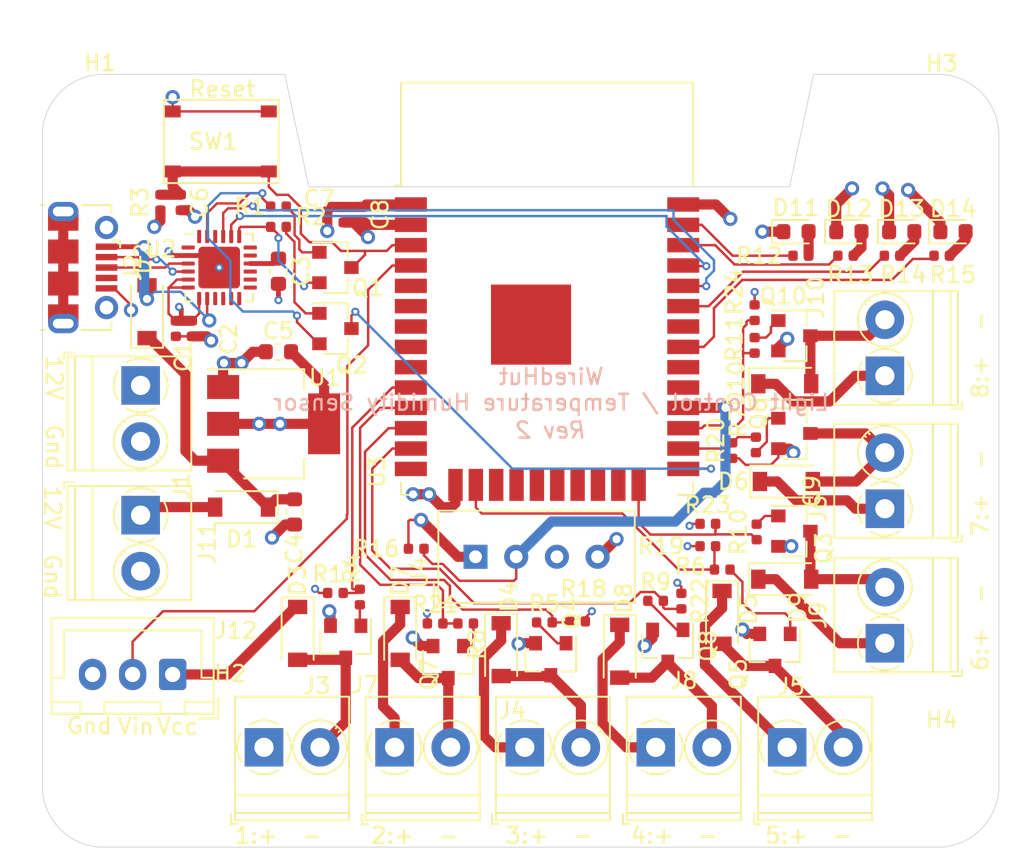
<source format=kicad_pcb>
(kicad_pcb (version 20171130) (host pcbnew 5.1.9+dfsg1-1)
  (title_block (date 2021-12-03) (comment 4 @Comment4@))
  (layers (0 F.Cu signal) (1 In1.Cu power) (2 In2.Cu power) (31 B.Cu signal) (34 B.Paste user) (35 F.Paste user) (36 B.SilkS user) (37 F.SilkS user) (38 B.Mask user) (39 F.Mask user) (44 Edge.Cuts user))
  (net 0 "")
  (net 1 GND)
  (net 2 +3V3)
  (net 3 "Net-(C3-Pad1)")
  (net 4 "Net-(C4-Pad1)")
  (net 5 /EN)
  (net 6 VCC)
  (net 7 VBUS)
  (net 8 /USB_RTS)
  (net 9 "Net-(Q1-Pad1)")
  (net 10 /IO0)
  (net 11 /USB_DTR)
  (net 12 "Net-(Q2-Pad1)")
  (net 13 /USB_TX)
  (net 14 /USB_RX)
  (net 15 /USB_DM)
  (net 16 /USB_DP)
  (net 17 "Net-(D3-Pad2)")
  (net 18 "Net-(D4-Pad2)")
  (net 19 "Net-(D5-Pad2)")
  (net 20 "Net-(D6-Pad2)")
  (net 21 "Net-(D7-Pad2)")
  (net 22 "Net-(D8-Pad2)")
  (net 23 "Net-(D9-Pad2)")
  (net 24 "Net-(D10-Pad2)")
  (net 25 "Net-(Q3-Pad1)")
  (net 26 "Net-(Q4-Pad1)")
  (net 27 "Net-(Q5-Pad1)")
  (net 28 "Net-(Q6-Pad1)")
  (net 29 "Net-(Q7-Pad1)")
  (net 30 "Net-(Q8-Pad1)")
  (net 31 "Net-(Q9-Pad1)")
  (net 32 "Net-(Q10-Pad1)")
  (net 33 /PIR_A)
  (net 34 /CH_1)
  (net 35 /CH_3)
  (net 36 /CH_5)
  (net 37 /CH_7)
  (net 38 /CH_2)
  (net 39 /CH_4)
  (net 40 /CH_6)
  (net 41 /CH_8)
  (net 42 "Net-(D11-Pad2)")
  (net 43 "Net-(D12-Pad2)")
  (net 44 "Net-(D13-Pad2)")
  (net 45 "Net-(D14-Pad2)")
  (net 46 /LED1)
  (net 47 /LED2)
  (net 48 /LED3)
  (net 49 /LED4)
  (net 50 /DHT_IO)
  (module Resistor_SMD:R_0402_1005Metric (layer F.Cu) (at 147.32 68.857 270)
    (fp_text reference R24 (at -1.293 1.27 90) (layer F.SilkS))
    (fp_text value 10kR)
    (pad 2 smd roundrect (at 0.485 0 270) (size 0.59 0.64) (layers F.Cu F.Paste F.Mask) (net 41 /CH_8))
    (pad 1 smd roundrect (at -0.485 0 270) (size 0.59 0.64) (layers F.Cu F.Paste F.Mask) (net 1 GND))
  )
  (module Resistor_SMD:R_0402_1005Metric (layer F.Cu) (at 144.399 82.042)
    (fp_text reference R23 (at 0 -1.17) (layer F.SilkS))
    (fp_text value 10kR)
    (pad 2 smd roundrect (at 0.485 0) (size 0.59 0.64) (layers F.Cu F.Paste F.Mask) (net 40 /CH_6))
    (pad 1 smd roundrect (at -0.485 0) (size 0.59 0.64) (layers F.Cu F.Paste F.Mask) (net 1 GND))
  )
  (module Resistor_SMD:R_0402_1005Metric (layer F.Cu) (at 142.748 86.868 270)
    (fp_text reference R22 (at 0 -1.17 90) (layer F.SilkS))
    (fp_text value 10kR)
    (pad 2 smd roundrect (at 0.485 0 270) (size 0.59 0.64) (layers F.Cu F.Paste F.Mask) (net 39 /CH_4))
    (pad 1 smd roundrect (at -0.485 0 270) (size 0.59 0.64) (layers F.Cu F.Paste F.Mask) (net 1 GND))
  )
  (module Resistor_SMD:R_0402_1005Metric (layer F.Cu) (at 127.381 88.265)
    (fp_text reference R21 (at 0 -1.17) (layer F.SilkS))
    (fp_text value 10kR)
    (pad 2 smd roundrect (at 0.485 0) (size 0.59 0.64) (layers F.Cu F.Paste F.Mask) (net 38 /CH_2))
    (pad 1 smd roundrect (at -0.485 0) (size 0.59 0.64) (layers F.Cu F.Paste F.Mask) (net 1 GND))
  )
  (module Resistor_SMD:R_0402_1005Metric (layer F.Cu) (at 145.923 77.47 90)
    (fp_text reference R20 (at 0.635 -1.016 90) (layer F.SilkS))
    (fp_text value 10kR)
    (pad 2 smd roundrect (at 0.485 0 90) (size 0.59 0.64) (layers F.Cu F.Paste F.Mask) (net 37 /CH_7))
    (pad 1 smd roundrect (at -0.485 0 90) (size 0.59 0.64) (layers F.Cu F.Paste F.Mask) (net 1 GND))
  )
  (module Resistor_SMD:R_0402_1005Metric (layer F.Cu) (at 144.399 83.439)
    (fp_text reference R19 (at -2.921 0) (layer F.SilkS))
    (fp_text value 10kR)
    (pad 2 smd roundrect (at 0.485 0) (size 0.59 0.64) (layers F.Cu F.Paste F.Mask) (net 36 /CH_5))
    (pad 1 smd roundrect (at -0.485 0) (size 0.59 0.64) (layers F.Cu F.Paste F.Mask) (net 1 GND))
  )
  (module Resistor_SMD:R_0402_1005Metric (layer F.Cu) (at 136.271 88.138 180)
    (fp_text reference R18 (at -0.381 2.032) (layer F.SilkS))
    (fp_text value 10kR)
    (pad 2 smd roundrect (at 0.485 0 180) (size 0.59 0.64) (layers F.Cu F.Paste F.Mask) (net 35 /CH_3))
    (pad 1 smd roundrect (at -0.485 0 180) (size 0.59 0.64) (layers F.Cu F.Paste F.Mask) (net 1 GND))
  )
  (module Resistor_SMD:R_0402_1005Metric (layer F.Cu) (at 121.158 86.36)
    (fp_text reference R17 (at 0 -1.17) (layer F.SilkS))
    (fp_text value 10kR)
    (pad 2 smd roundrect (at 0.485 0) (size 0.59 0.64) (layers F.Cu F.Paste F.Mask) (net 34 /CH_1))
    (pad 1 smd roundrect (at -0.485 0) (size 0.59 0.64) (layers F.Cu F.Paste F.Mask) (net 1 GND))
  )
  (module footprints:TS-1187A (layer F.Cu) (at 114 58.166)
    (fp_text reference SW1 (at -0.462 0) (layer F.SilkS))
    (fp_text value SW_Push)
    (pad 2 smd rect (at 3 1.875) (size 1 0.75) (layers F.Cu F.Paste F.Mask) (net 5 /EN))
    (pad 2 smd rect (at -3 1.875) (size 1 0.75) (layers F.Cu F.Paste F.Mask) (net 5 /EN))
    (pad 1 smd rect (at 3 -1.875) (size 1 0.75) (layers F.Cu F.Paste F.Mask) (net 1 GND))
    (pad 1 smd rect (at -3 -1.875) (size 1 0.75) (layers F.Cu F.Paste F.Mask) (net 1 GND))
  )
  (module Resistor_SMD:R_0402_1005Metric (layer F.Cu) (at 126.2 83.6 180)
    (fp_text reference R16 (at 2.5 0) (layer F.SilkS))
    (fp_text value 10kR)
    (pad 2 smd roundrect (at 0.485 0 180) (size 0.59 0.64) (layers F.Cu F.Paste F.Mask) (net 2 +3V3))
    (pad 1 smd roundrect (at -0.485 0 180) (size 0.59 0.64) (layers F.Cu F.Paste F.Mask) (net 50 /DHT_IO))
  )
  (module Sensor:Aosong_DHT11_5.5x12.0_P2.54mm (layer F.Cu) (at 129.9 84.1 90)
    (fp_text reference U4 (at -1 -3.5 90) (layer F.SilkS))
    (fp_text value DHT11)
    (pad 4 thru_hole circle (at 0 7.62 90) (size 1.5 1.5) (drill 0.8) (layers *.Cu *.Mask) (net 1 GND))
    (pad 3 thru_hole circle (at 0 5.08 90) (size 1.5 1.5) (drill 0.8) (layers *.Cu *.Mask))
    (pad 2 thru_hole circle (at 0 2.54 90) (size 1.5 1.5) (drill 0.8) (layers *.Cu *.Mask) (net 50 /DHT_IO))
    (pad 1 thru_hole rect (at 0 0 90) (size 1.5 1.5) (drill 0.8) (layers *.Cu *.Mask) (net 2 +3V3))
  )
  (module Resistor_SMD:R_0402_1005Metric (layer F.Cu) (at 159 65.3)
    (fp_text reference R15 (at 0.7 1.2) (layer F.SilkS))
    (fp_text value 150R)
    (pad 2 smd roundrect (at 0.485 0) (size 0.59 0.64) (layers F.Cu F.Paste F.Mask) (net 45 "Net-(D14-Pad2)"))
    (pad 1 smd roundrect (at -0.485 0) (size 0.59 0.64) (layers F.Cu F.Paste F.Mask) (net 49 /LED4))
  )
  (module Resistor_SMD:R_0402_1005Metric (layer F.Cu) (at 155.9 65.3)
    (fp_text reference R14 (at 0.7 1.2) (layer F.SilkS))
    (fp_text value 150R)
    (pad 2 smd roundrect (at 0.485 0) (size 0.59 0.64) (layers F.Cu F.Paste F.Mask) (net 44 "Net-(D13-Pad2)"))
    (pad 1 smd roundrect (at -0.485 0) (size 0.59 0.64) (layers F.Cu F.Paste F.Mask) (net 48 /LED3))
  )
  (module Resistor_SMD:R_0402_1005Metric (layer F.Cu) (at 153 65.3)
    (fp_text reference R13 (at 0.3 1.2) (layer F.SilkS))
    (fp_text value 47R)
    (pad 2 smd roundrect (at 0.485 0) (size 0.59 0.64) (layers F.Cu F.Paste F.Mask) (net 43 "Net-(D12-Pad2)"))
    (pad 1 smd roundrect (at -0.485 0) (size 0.59 0.64) (layers F.Cu F.Paste F.Mask) (net 47 /LED2))
  )
  (module Resistor_SMD:R_0402_1005Metric (layer F.Cu) (at 150.2 65.3)
    (fp_text reference R12 (at -2.6 0) (layer F.SilkS))
    (fp_text value 47R)
    (pad 2 smd roundrect (at 0.485 0) (size 0.59 0.64) (layers F.Cu F.Paste F.Mask) (net 42 "Net-(D11-Pad2)"))
    (pad 1 smd roundrect (at -0.485 0) (size 0.59 0.64) (layers F.Cu F.Paste F.Mask) (net 46 /LED1))
  )
  (module LED_SMD:LED_0603_1608Metric (layer F.Cu) (at 159.7 63.8)
    (fp_text reference D14 (at 0 -1.43) (layer F.SilkS))
    (fp_text value Red)
    (pad 2 smd roundrect (at 0.7875 0) (size 0.875 0.95) (layers F.Cu F.Paste F.Mask) (net 45 "Net-(D14-Pad2)"))
    (pad 1 smd roundrect (at -0.7875 0) (size 0.875 0.95) (layers F.Cu F.Paste F.Mask) (net 1 GND))
  )
  (module LED_SMD:LED_0603_1608Metric (layer F.Cu) (at 156.5 63.8)
    (fp_text reference D13 (at 0 -1.43) (layer F.SilkS))
    (fp_text value Red)
    (pad 2 smd roundrect (at 0.7875 0) (size 0.875 0.95) (layers F.Cu F.Paste F.Mask) (net 44 "Net-(D13-Pad2)"))
    (pad 1 smd roundrect (at -0.7875 0) (size 0.875 0.95) (layers F.Cu F.Paste F.Mask) (net 1 GND))
  )
  (module LED_SMD:LED_0603_1608Metric (layer F.Cu) (at 153.2 63.8)
    (fp_text reference D12 (at 0 -1.43) (layer F.SilkS))
    (fp_text value Green)
    (pad 2 smd roundrect (at 0.7875 0) (size 0.875 0.95) (layers F.Cu F.Paste F.Mask) (net 43 "Net-(D12-Pad2)"))
    (pad 1 smd roundrect (at -0.7875 0) (size 0.875 0.95) (layers F.Cu F.Paste F.Mask) (net 1 GND))
  )
  (module LED_SMD:LED_0603_1608Metric (layer F.Cu) (at 149.9 63.8)
    (fp_text reference D11 (at 0 -1.5) (layer F.SilkS))
    (fp_text value Green)
    (pad 2 smd roundrect (at 0.7875 0) (size 0.875 0.95) (layers F.Cu F.Paste F.Mask) (net 42 "Net-(D11-Pad2)"))
    (pad 1 smd roundrect (at -0.7875 0) (size 0.875 0.95) (layers F.Cu F.Paste F.Mask) (net 1 GND))
  )
  (module MountingHole:MountingHole_3.2mm_M3 (layer F.Cu) (at 159 98.5)
    (fp_text reference H4 (at 0 -4.2) (layer F.SilkS))
    (fp_text value MountingHole)
    (pad 1 np_thru_hole circle (at 0 0) (size 3.2 3.2) (drill 3.2) (layers *.Cu *.Mask))
  )
  (module MountingHole:MountingHole_3.2mm_M3 (layer F.Cu) (at 159 57.5)
    (fp_text reference H3 (at 0 -4.2) (layer F.SilkS))
    (fp_text value MountingHole)
    (pad 1 np_thru_hole circle (at 0 0) (size 3.2 3.2) (drill 3.2) (layers *.Cu *.Mask))
  )
  (module MountingHole:MountingHole_3.2mm_M3 (layer F.Cu) (at 106.5 98.5)
    (fp_text reference H2 (at 8.1 -7.1) (layer F.SilkS))
    (fp_text value MountingHole)
    (pad 1 np_thru_hole circle (at 0 0) (size 3.2 3.2) (drill 3.2) (layers *.Cu *.Mask))
  )
  (module MountingHole:MountingHole_3.2mm_M3 (layer F.Cu) (at 106.45 57.45)
    (fp_text reference H1 (at 0 -4.2) (layer F.SilkS))
    (fp_text value MountingHole)
    (pad 1 np_thru_hole circle (at 0 0) (size 3.2 3.2) (drill 3.2) (layers *.Cu *.Mask))
  )
  (module TerminalBlock_Phoenix:TerminalBlock_Phoenix_PT-1,5-2-3.5-H_1x02_P3.50mm_Horizontal (layer F.Cu) (at 141.15 96)
    (fp_text reference J8 (at 1.75 -4.16) (layer F.SilkS))
    (fp_text value Screw_Terminal_01x02)
    (pad 2 thru_hole circle (at 3.5 0) (size 2.4 2.4) (drill 1.2) (layers *.Cu *.Mask) (net 22 "Net-(D8-Pad2)"))
    (pad 1 thru_hole rect (at 0 0) (size 2.4 2.4) (drill 1.2) (layers *.Cu *.Mask) (net 6 VCC))
  )
  (module Connector_JST:JST_XH_B3B-XH-A_1x03_P2.50mm_Vertical (layer F.Cu) (at 111 91.45 180)
    (fp_text reference J12 (at -3.95 2.75) (layer F.SilkS))
    (fp_text value Conn_01x03)
    (pad 3 thru_hole oval (at 5 0 180) (size 1.7 1.95) (drill 0.95) (layers *.Cu *.Mask) (net 1 GND))
    (pad 2 thru_hole oval (at 2.5 0 180) (size 1.7 1.95) (drill 0.95) (layers *.Cu *.Mask) (net 33 /PIR_A))
    (pad 1 thru_hole roundrect (at 0 0 180) (size 1.7 1.95) (drill 0.95) (layers *.Cu *.Mask) (roundrect_rratio 0.147059) (net 6 VCC))
  )
  (module TerminalBlock_Phoenix:TerminalBlock_Phoenix_PT-1,5-2-3.5-H_1x02_P3.50mm_Horizontal (layer F.Cu) (at 109 81.5 270)
    (fp_text reference J11 (at 1.75 -4.16 90) (layer F.SilkS))
    (fp_text value Screw_Terminal_01x02)
    (pad 2 thru_hole circle (at 3.5 0 270) (size 2.4 2.4) (drill 1.2) (layers *.Cu *.Mask) (net 1 GND))
    (pad 1 thru_hole rect (at 0 0 270) (size 2.4 2.4) (drill 1.2) (layers *.Cu *.Mask) (net 6 VCC))
  )
  (module Resistor_SMD:R_0402_1005Metric (layer F.Cu) (at 122.682 86.614 90)
    (fp_text reference R4 (at 1.778 -0.508 90) (layer F.SilkS))
    (fp_text value 100R)
    (pad 2 smd roundrect (at 0.485 0 90) (size 0.59 0.64) (layers F.Cu F.Paste F.Mask) (net 34 /CH_1))
    (pad 1 smd roundrect (at -0.485 0 90) (size 0.59 0.64) (layers F.Cu F.Paste F.Mask) (net 25 "Net-(Q3-Pad1)"))
  )
  (module TerminalBlock_Phoenix:TerminalBlock_Phoenix_PT-1,5-2-3.5-H_1x02_P3.50mm_Horizontal (layer F.Cu) (at 155.448 72.8 90)
    (fp_text reference J10 (at 4.9 -4.318 90) (layer F.SilkS))
    (fp_text value Screw_Terminal_01x02)
    (pad 2 thru_hole circle (at 3.5 0 90) (size 2.4 2.4) (drill 1.2) (layers *.Cu *.Mask) (net 24 "Net-(D10-Pad2)"))
    (pad 1 thru_hole rect (at 0 0 90) (size 2.4 2.4) (drill 1.2) (layers *.Cu *.Mask) (net 6 VCC))
  )
  (module TerminalBlock_Phoenix:TerminalBlock_Phoenix_PT-1,5-2-3.5-H_1x02_P3.50mm_Horizontal (layer F.Cu) (at 155.448 89.5 90)
    (fp_text reference J9 (at 1.75 -4.16 90) (layer F.SilkS))
    (fp_text value Screw_Terminal_01x02)
    (pad 2 thru_hole circle (at 3.5 0 90) (size 2.4 2.4) (drill 1.2) (layers *.Cu *.Mask) (net 23 "Net-(D9-Pad2)"))
    (pad 1 thru_hole rect (at 0 0 90) (size 2.4 2.4) (drill 1.2) (layers *.Cu *.Mask) (net 6 VCC))
  )
  (module TerminalBlock_Phoenix:TerminalBlock_Phoenix_PT-1,5-2-3.5-H_1x02_P3.50mm_Horizontal (layer F.Cu) (at 124.85 96)
    (fp_text reference J7 (at -1.85 -3.9) (layer F.SilkS))
    (fp_text value Screw_Terminal_01x02)
    (pad 2 thru_hole circle (at 3.5 0) (size 2.4 2.4) (drill 1.2) (layers *.Cu *.Mask) (net 21 "Net-(D7-Pad2)"))
    (pad 1 thru_hole rect (at 0 0) (size 2.4 2.4) (drill 1.2) (layers *.Cu *.Mask) (net 6 VCC))
  )
  (module TerminalBlock_Phoenix:TerminalBlock_Phoenix_PT-1,5-2-3.5-H_1x02_P3.50mm_Horizontal (layer F.Cu) (at 155.448 81.1 90)
    (fp_text reference J6 (at 0 -4.16 90) (layer F.SilkS))
    (fp_text value Screw_Terminal_01x02)
    (pad 2 thru_hole circle (at 3.5 0 90) (size 2.4 2.4) (drill 1.2) (layers *.Cu *.Mask) (net 20 "Net-(D6-Pad2)"))
    (pad 1 thru_hole rect (at 0 0 90) (size 2.4 2.4) (drill 1.2) (layers *.Cu *.Mask) (net 6 VCC))
  )
  (module TerminalBlock_Phoenix:TerminalBlock_Phoenix_PT-1,5-2-3.5-H_1x02_P3.50mm_Horizontal (layer F.Cu) (at 149.35 96)
    (fp_text reference J5 (at 0.256 -3.798) (layer F.SilkS))
    (fp_text value Screw_Terminal_01x02)
    (pad 2 thru_hole circle (at 3.5 0) (size 2.4 2.4) (drill 1.2) (layers *.Cu *.Mask) (net 19 "Net-(D5-Pad2)"))
    (pad 1 thru_hole rect (at 0 0) (size 2.4 2.4) (drill 1.2) (layers *.Cu *.Mask) (net 6 VCC))
  )
  (module TerminalBlock_Phoenix:TerminalBlock_Phoenix_PT-1,5-2-3.5-H_1x02_P3.50mm_Horizontal (layer F.Cu) (at 132.978 96)
    (fp_text reference J4 (at -0.778 -2.3) (layer F.SilkS))
    (fp_text value Screw_Terminal_01x02)
    (pad 2 thru_hole circle (at 3.5 0) (size 2.4 2.4) (drill 1.2) (layers *.Cu *.Mask) (net 18 "Net-(D4-Pad2)"))
    (pad 1 thru_hole rect (at 0 0) (size 2.4 2.4) (drill 1.2) (layers *.Cu *.Mask) (net 6 VCC))
  )
  (module Package_TO_SOT_SMD:SOT-23 (layer F.Cu) (at 149.8 70.3)
    (fp_text reference Q10 (at -0.702 -2.482) (layer F.SilkS))
    (fp_text value Q_NMOS_GDS)
    (pad 3 smd rect (at 1 0) (size 0.9 0.8) (layers F.Cu F.Paste F.Mask) (net 24 "Net-(D10-Pad2)"))
    (pad 2 smd rect (at -1 0.95) (size 0.9 0.8) (layers F.Cu F.Paste F.Mask) (net 1 GND))
    (pad 1 smd rect (at -1 -0.95) (size 0.9 0.8) (layers F.Cu F.Paste F.Mask) (net 32 "Net-(Q10-Pad1)"))
  )
  (module Package_TO_SOT_SMD:SOT-23 (layer F.Cu) (at 149.8 82.5)
    (fp_text reference Q9 (at 1.1 -2.5 270) (layer F.SilkS))
    (fp_text value Q_NMOS_GDS)
    (pad 3 smd rect (at 1 0) (size 0.9 0.8) (layers F.Cu F.Paste F.Mask) (net 23 "Net-(D9-Pad2)"))
    (pad 2 smd rect (at -1 0.95) (size 0.9 0.8) (layers F.Cu F.Paste F.Mask) (net 1 GND))
    (pad 1 smd rect (at -1 -0.95) (size 0.9 0.8) (layers F.Cu F.Paste F.Mask) (net 31 "Net-(Q9-Pad1)"))
  )
  (module Package_TO_SOT_SMD:SOT-23 (layer F.Cu) (at 141.9 89.662 270)
    (fp_text reference Q8 (at 0 -2.5 90) (layer F.SilkS))
    (fp_text value Q_NMOS_GDS)
    (pad 3 smd rect (at 1 0 270) (size 0.9 0.8) (layers F.Cu F.Paste F.Mask) (net 22 "Net-(D8-Pad2)"))
    (pad 2 smd rect (at -1 0.95 270) (size 0.9 0.8) (layers F.Cu F.Paste F.Mask) (net 1 GND))
    (pad 1 smd rect (at -1 -0.95 270) (size 0.9 0.8) (layers F.Cu F.Paste F.Mask) (net 30 "Net-(Q8-Pad1)"))
  )
  (module Package_TO_SOT_SMD:SOT-23 (layer F.Cu) (at 128.2 90.678 270)
    (fp_text reference Q7 (at 0.762 1.2 90) (layer F.SilkS))
    (fp_text value Q_NMOS_GDS)
    (pad 3 smd rect (at 1 0 270) (size 0.9 0.8) (layers F.Cu F.Paste F.Mask) (net 21 "Net-(D7-Pad2)"))
    (pad 2 smd rect (at -1 0.95 270) (size 0.9 0.8) (layers F.Cu F.Paste F.Mask) (net 1 GND))
    (pad 1 smd rect (at -1 -0.95 270) (size 0.9 0.8) (layers F.Cu F.Paste F.Mask) (net 29 "Net-(Q7-Pad1)"))
  )
  (module Package_TO_SOT_SMD:SOT-23 (layer F.Cu) (at 149.8 76.4)
    (fp_text reference Q6 (at -2.226 -1.216 270) (layer F.SilkS))
    (fp_text value Q_NMOS_GDS)
    (pad 3 smd rect (at 1 0) (size 0.9 0.8) (layers F.Cu F.Paste F.Mask) (net 20 "Net-(D6-Pad2)"))
    (pad 2 smd rect (at -1 0.95) (size 0.9 0.8) (layers F.Cu F.Paste F.Mask) (net 1 GND))
    (pad 1 smd rect (at -1 -0.95) (size 0.9 0.8) (layers F.Cu F.Paste F.Mask) (net 28 "Net-(Q6-Pad1)"))
  )
  (module Package_TO_SOT_SMD:SOT-23 (layer F.Cu) (at 148.59 89.916 270)
    (fp_text reference Q5 (at 1.524 2.286 90) (layer F.SilkS))
    (fp_text value Q_NMOS_GDS)
    (pad 3 smd rect (at 1 0 270) (size 0.9 0.8) (layers F.Cu F.Paste F.Mask) (net 19 "Net-(D5-Pad2)"))
    (pad 2 smd rect (at -1 0.95 270) (size 0.9 0.8) (layers F.Cu F.Paste F.Mask) (net 1 GND))
    (pad 1 smd rect (at -1 -0.95 270) (size 0.9 0.8) (layers F.Cu F.Paste F.Mask) (net 27 "Net-(Q5-Pad1)"))
  )
  (module Package_TO_SOT_SMD:SOT-23 (layer F.Cu) (at 134.6 90.5 270)
    (fp_text reference Q4 (at -2.87 -1.29 90) (layer F.SilkS))
    (fp_text value Q_NMOS_GDS)
    (pad 3 smd rect (at 1 0 270) (size 0.9 0.8) (layers F.Cu F.Paste F.Mask) (net 18 "Net-(D4-Pad2)"))
    (pad 2 smd rect (at -1 0.95 270) (size 0.9 0.8) (layers F.Cu F.Paste F.Mask) (net 1 GND))
    (pad 1 smd rect (at -1 -0.95 270) (size 0.9 0.8) (layers F.Cu F.Paste F.Mask) (net 26 "Net-(Q4-Pad1)"))
  )
  (module Package_TO_SOT_SMD:SOT-23 (layer F.Cu) (at 121.8 89.408 270)
    (fp_text reference Q3 (at -5.842 -29.838 90) (layer F.SilkS))
    (fp_text value Q_NMOS_GSD)
    (pad 3 smd rect (at 1 0 270) (size 0.9 0.8) (layers F.Cu F.Paste F.Mask) (net 17 "Net-(D3-Pad2)"))
    (pad 2 smd rect (at -1 0.95 270) (size 0.9 0.8) (layers F.Cu F.Paste F.Mask) (net 1 GND))
    (pad 1 smd rect (at -1 -0.95 270) (size 0.9 0.8) (layers F.Cu F.Paste F.Mask) (net 25 "Net-(Q3-Pad1)"))
  )
  (module Diode_SMD:D_SOD-123 (layer F.Cu) (at 149.2 73.3)
    (fp_text reference D10 (at -3.048 0 90) (layer F.SilkS))
    (fp_text value D_Schottky)
    (pad 2 smd rect (at 1.65 0) (size 0.9 1.2) (layers F.Cu F.Paste F.Mask) (net 24 "Net-(D10-Pad2)"))
    (pad 1 smd rect (at -1.65 0) (size 0.9 1.2) (layers F.Cu F.Paste F.Mask) (net 6 VCC))
  )
  (module Diode_SMD:D_SOD-123 (layer F.Cu) (at 149.2 85.5)
    (fp_text reference D9 (at 0.825 1.775 90) (layer F.SilkS))
    (fp_text value D_Schottky)
    (pad 2 smd rect (at 1.65 0) (size 0.9 1.2) (layers F.Cu F.Paste F.Mask) (net 23 "Net-(D9-Pad2)"))
    (pad 1 smd rect (at -1.65 0) (size 0.9 1.2) (layers F.Cu F.Paste F.Mask) (net 6 VCC))
  )
  (module Diode_SMD:D_SOD-123 (layer F.Cu) (at 138.9 90 270)
    (fp_text reference D8 (at -3.302 -0.254 90) (layer F.SilkS))
    (fp_text value D_Schottky)
    (pad 2 smd rect (at 1.65 0 270) (size 0.9 1.2) (layers F.Cu F.Paste F.Mask) (net 22 "Net-(D8-Pad2)"))
    (pad 1 smd rect (at -1.65 0 270) (size 0.9 1.2) (layers F.Cu F.Paste F.Mask) (net 6 VCC))
  )
  (module Diode_SMD:D_SOD-123 (layer F.Cu) (at 125.2 88.884 270)
    (fp_text reference D7 (at -3.302 0 90) (layer F.SilkS))
    (fp_text value D_Schottky)
    (pad 2 smd rect (at 1.65 0 270) (size 0.9 1.2) (layers F.Cu F.Paste F.Mask) (net 21 "Net-(D7-Pad2)"))
    (pad 1 smd rect (at -1.65 0 270) (size 0.9 1.2) (layers F.Cu F.Paste F.Mask) (net 6 VCC))
  )
  (module Diode_SMD:D_SOD-123 (layer F.Cu) (at 149.3 79.4)
    (fp_text reference D6 (at -3.302 0) (layer F.SilkS))
    (fp_text value D_Schottky)
    (pad 2 smd rect (at 1.65 0) (size 0.9 1.2) (layers F.Cu F.Paste F.Mask) (net 20 "Net-(D6-Pad2)"))
    (pad 1 smd rect (at -1.65 0) (size 0.9 1.2) (layers F.Cu F.Paste F.Mask) (net 6 VCC))
  )
  (module Diode_SMD:D_SOD-123 (layer F.Cu) (at 145.288 87.884 270)
    (fp_text reference D5 (at -0.508 -1.651 90) (layer F.SilkS))
    (fp_text value D_Schottky)
    (pad 2 smd rect (at 1.65 0 270) (size 0.9 1.2) (layers F.Cu F.Paste F.Mask) (net 19 "Net-(D5-Pad2)"))
    (pad 1 smd rect (at -1.65 0 270) (size 0.9 1.2) (layers F.Cu F.Paste F.Mask) (net 6 VCC))
  )
  (module Diode_SMD:D_SOD-123 (layer F.Cu) (at 131.5 89.9 270)
    (fp_text reference D4 (at -3.302 -0.508 90) (layer F.SilkS))
    (fp_text value D_Schottky)
    (pad 2 smd rect (at 1.65 0 270) (size 0.9 1.2) (layers F.Cu F.Paste F.Mask) (net 18 "Net-(D4-Pad2)"))
    (pad 1 smd rect (at -1.65 0 270) (size 0.9 1.2) (layers F.Cu F.Paste F.Mask) (net 6 VCC))
  )
  (module Diode_SMD:D_SOD-123 (layer F.Cu) (at 118.8 88.884 270)
    (fp_text reference D3 (at -3.302 0 90) (layer F.SilkS))
    (fp_text value D_Schottky)
    (pad 2 smd rect (at 1.65 0 270) (size 0.9 1.2) (layers F.Cu F.Paste F.Mask) (net 17 "Net-(D3-Pad2)"))
    (pad 1 smd rect (at -1.65 0 270) (size 0.9 1.2) (layers F.Cu F.Paste F.Mask) (net 6 VCC))
  )
  (module Diode_SMD:D_SOD-123 (layer F.Cu) (at 109.4 68.8 90)
    (fp_text reference D2 (at 3.302 -0.254 90) (layer F.SilkS))
    (fp_text value D_Schottky)
    (pad 2 smd rect (at 1.65 0 90) (size 0.9 1.2) (layers F.Cu F.Paste F.Mask) (net 7 VBUS))
    (pad 1 smd rect (at -1.65 0 90) (size 0.9 1.2) (layers F.Cu F.Paste F.Mask) (net 4 "Net-(C4-Pad1)"))
  )
  (module Diode_SMD:D_SOD-123 (layer F.Cu) (at 115.3 81 180)
    (fp_text reference D1 (at 0 -2) (layer F.SilkS))
    (fp_text value D_Schottky)
    (pad 2 smd rect (at 1.65 0 180) (size 0.9 1.2) (layers F.Cu F.Paste F.Mask) (net 6 VCC))
    (pad 1 smd rect (at -1.65 0 180) (size 0.9 1.2) (layers F.Cu F.Paste F.Mask) (net 4 "Net-(C4-Pad1)"))
  )
  (module TerminalBlock_Phoenix:TerminalBlock_Phoenix_PT-1,5-2-3.5-H_1x02_P3.50mm_Horizontal (layer F.Cu) (at 116.7 96)
    (fp_text reference J3 (at 3.294 -3.834) (layer F.SilkS))
    (fp_text value Screw_Terminal_01x02)
    (pad 2 thru_hole circle (at 3.5 0) (size 2.4 2.4) (drill 1.2) (layers *.Cu *.Mask) (net 17 "Net-(D3-Pad2)"))
    (pad 1 thru_hole rect (at 0 0) (size 2.4 2.4) (drill 1.2) (layers *.Cu *.Mask) (net 6 VCC))
  )
  (module TerminalBlock_Phoenix:TerminalBlock_Phoenix_PT-1,5-2-3.5-H_1x02_P3.50mm_Horizontal (layer F.Cu) (at 109 73.4 270)
    (fp_text reference J1 (at 6.294 -2.54 90) (layer F.SilkS))
    (fp_text value Screw_Terminal_01x02)
    (pad 2 thru_hole circle (at 3.5 0 270) (size 2.4 2.4) (drill 1.2) (layers *.Cu *.Mask) (net 1 GND))
    (pad 1 thru_hole rect (at 0 0 270) (size 2.4 2.4) (drill 1.2) (layers *.Cu *.Mask) (net 6 VCC))
  )
  (module Resistor_SMD:R_0402_1005Metric (layer F.Cu) (at 147.32 70.9 270)
    (fp_text reference R11 (at -0.415 1.27 90) (layer F.SilkS))
    (fp_text value 100R)
    (pad 2 smd roundrect (at 0.485 0 270) (size 0.59 0.64) (layers F.Cu F.Paste F.Mask) (net 41 /CH_8))
    (pad 1 smd roundrect (at -0.485 0 270) (size 0.59 0.64) (layers F.Cu F.Paste F.Mask) (net 32 "Net-(Q10-Pad1)"))
  )
  (module Resistor_SMD:R_0402_1005Metric (layer F.Cu) (at 147.447 82.55 270)
    (fp_text reference R10 (at 0 1.143 90) (layer F.SilkS))
    (fp_text value 100R)
    (pad 2 smd roundrect (at 0.485 0 270) (size 0.59 0.64) (layers F.Cu F.Paste F.Mask) (net 40 /CH_6))
    (pad 1 smd roundrect (at -0.485 0 270) (size 0.59 0.64) (layers F.Cu F.Paste F.Mask) (net 31 "Net-(Q9-Pad1)"))
  )
  (module Resistor_SMD:R_0402_1005Metric (layer F.Cu) (at 141.138 86.852)
    (fp_text reference R9 (at 0 -1.17) (layer F.SilkS))
    (fp_text value 100R)
    (pad 2 smd roundrect (at 0.485 0) (size 0.59 0.64) (layers F.Cu F.Paste F.Mask) (net 39 /CH_4))
    (pad 1 smd roundrect (at -0.485 0) (size 0.59 0.64) (layers F.Cu F.Paste F.Mask) (net 30 "Net-(Q8-Pad1)"))
  )
  (module Resistor_SMD:R_0402_1005Metric (layer F.Cu) (at 129.286 88.265 180)
    (fp_text reference R8 (at -0.7 -1.3 90) (layer F.SilkS))
    (fp_text value 100R)
    (pad 2 smd roundrect (at 0.485 0 180) (size 0.59 0.64) (layers F.Cu F.Paste F.Mask) (net 38 /CH_2))
    (pad 1 smd roundrect (at -0.485 0 180) (size 0.59 0.64) (layers F.Cu F.Paste F.Mask) (net 29 "Net-(Q7-Pad1)"))
  )
  (module Resistor_SMD:R_0402_1005Metric (layer F.Cu) (at 147.4 77.115 90)
    (fp_text reference R7 (at 1.423 -1.096 90) (layer F.SilkS))
    (fp_text value 100R)
    (pad 2 smd roundrect (at 0.485 0 90) (size 0.59 0.64) (layers F.Cu F.Paste F.Mask) (net 37 /CH_7))
    (pad 1 smd roundrect (at -0.485 0 90) (size 0.59 0.64) (layers F.Cu F.Paste F.Mask) (net 28 "Net-(Q6-Pad1)"))
  )
  (module Resistor_SMD:R_0402_1005Metric (layer F.Cu) (at 145.3 84.9 180)
    (fp_text reference R6 (at 1.995 0.194) (layer F.SilkS))
    (fp_text value 100R)
    (pad 2 smd roundrect (at 0.485 0 180) (size 0.59 0.64) (layers F.Cu F.Paste F.Mask) (net 36 /CH_5))
    (pad 1 smd roundrect (at -0.485 0 180) (size 0.59 0.64) (layers F.Cu F.Paste F.Mask) (net 27 "Net-(Q5-Pad1)"))
  )
  (module Resistor_SMD:R_0402_1005Metric (layer F.Cu) (at 134.2 88.2)
    (fp_text reference R5 (at 0 -1.17) (layer F.SilkS))
    (fp_text value 100R)
    (pad 2 smd roundrect (at 0.485 0) (size 0.59 0.64) (layers F.Cu F.Paste F.Mask) (net 35 /CH_3))
    (pad 1 smd roundrect (at -0.485 0) (size 0.59 0.64) (layers F.Cu F.Paste F.Mask) (net 26 "Net-(Q4-Pad1)"))
  )
  (module Connector_USB:USB_Micro-B_Molex-105017-0001 (layer F.Cu) (at 105.41 66.04 270)
    (fp_text reference J2 (at 0 -3.1125 90) (layer F.SilkS))
    (fp_text value USB_B_Micro)
    (pad 6 smd rect (at -2.9 1.2375 270) (size 1.2 1.9) (layers F.Cu F.Mask) (net 1 GND))
    (pad 6 smd rect (at 2.9 1.2375 270) (size 1.2 1.9) (layers F.Cu F.Mask) (net 1 GND))
    (pad 6 thru_hole oval (at 3.5 1.2375 270) (size 1.2 1.9) (drill oval 0.6 1.3) (layers *.Cu *.Mask) (net 1 GND))
    (pad 6 thru_hole oval (at -3.5 1.2375 90) (size 1.2 1.9) (drill oval 0.6 1.3) (layers *.Cu *.Mask) (net 1 GND))
    (pad 6 smd rect (at -1 1.2375 270) (size 1.5 1.9) (layers F.Cu F.Paste F.Mask) (net 1 GND))
    (pad 6 thru_hole circle (at 2.5 -1.4625 270) (size 1.45 1.45) (drill 0.85) (layers *.Cu *.Mask) (net 1 GND))
    (pad 3 smd rect (at 0 -1.4625 270) (size 0.4 1.35) (layers F.Cu F.Paste F.Mask) (net 16 /USB_DP))
    (pad 4 smd rect (at 0.65 -1.4625 270) (size 0.4 1.35) (layers F.Cu F.Paste F.Mask))
    (pad 5 smd rect (at 1.3 -1.4625 270) (size 0.4 1.35) (layers F.Cu F.Paste F.Mask) (net 1 GND))
    (pad 1 smd rect (at -1.3 -1.4625 270) (size 0.4 1.35) (layers F.Cu F.Paste F.Mask) (net 7 VBUS))
    (pad 2 smd rect (at -0.65 -1.4625 270) (size 0.4 1.35) (layers F.Cu F.Paste F.Mask) (net 15 /USB_DM))
    (pad 6 thru_hole circle (at -2.5 -1.4625 270) (size 1.45 1.45) (drill 0.85) (layers *.Cu *.Mask) (net 1 GND))
    (pad 6 smd rect (at 1 1.2375 270) (size 1.5 1.9) (layers F.Cu F.Paste F.Mask) (net 1 GND))
  )
  (module RF_Module:ESP32-WROOM-32 (layer F.Cu) (at 134.366 70.358)
    (fp_text reference U3 (at -10.61 8.43 90) (layer F.SilkS))
    (fp_text value ESP32-WROOM-32)
    (pad 38 smd rect (at 8.5 -8.255) (size 2 0.9) (layers F.Cu F.Paste F.Mask) (net 1 GND))
    (pad 37 smd rect (at 8.5 -6.985) (size 2 0.9) (layers F.Cu F.Paste F.Mask) (net 46 /LED1))
    (pad 36 smd rect (at 8.5 -5.715) (size 2 0.9) (layers F.Cu F.Paste F.Mask) (net 47 /LED2))
    (pad 35 smd rect (at 8.5 -4.445) (size 2 0.9) (layers F.Cu F.Paste F.Mask) (net 14 /USB_RX))
    (pad 34 smd rect (at 8.5 -3.175) (size 2 0.9) (layers F.Cu F.Paste F.Mask) (net 13 /USB_TX))
    (pad 33 smd rect (at 8.5 -1.905) (size 2 0.9) (layers F.Cu F.Paste F.Mask) (net 48 /LED3))
    (pad 32 smd rect (at 8.5 -0.635) (size 2 0.9) (layers F.Cu F.Paste F.Mask))
    (pad 31 smd rect (at 8.5 0.635) (size 2 0.9) (layers F.Cu F.Paste F.Mask) (net 49 /LED4))
    (pad 30 smd rect (at 8.5 1.905) (size 2 0.9) (layers F.Cu F.Paste F.Mask))
    (pad 29 smd rect (at 8.5 3.175) (size 2 0.9) (layers F.Cu F.Paste F.Mask))
    (pad 28 smd rect (at 8.5 4.445) (size 2 0.9) (layers F.Cu F.Paste F.Mask) (net 50 /DHT_IO))
    (pad 27 smd rect (at 8.5 5.715) (size 2 0.9) (layers F.Cu F.Paste F.Mask) (net 41 /CH_8))
    (pad 26 smd rect (at 8.5 6.985) (size 2 0.9) (layers F.Cu F.Paste F.Mask) (net 37 /CH_7))
    (pad 25 smd rect (at 8.5 8.255) (size 2 0.9) (layers F.Cu F.Paste F.Mask) (net 10 /IO0))
    (pad 24 smd rect (at 5.715 9.255 90) (size 2 0.9) (layers F.Cu F.Paste F.Mask) (net 40 /CH_6))
    (pad 23 smd rect (at 4.445 9.255 90) (size 2 0.9) (layers F.Cu F.Paste F.Mask))
    (pad 22 smd rect (at 3.175 9.255 90) (size 2 0.9) (layers F.Cu F.Paste F.Mask))
    (pad 21 smd rect (at 1.905 9.255 90) (size 2 0.9) (layers F.Cu F.Paste F.Mask))
    (pad 20 smd rect (at 0.635 9.255 90) (size 2 0.9) (layers F.Cu F.Paste F.Mask))
    (pad 19 smd rect (at -0.635 9.255 90) (size 2 0.9) (layers F.Cu F.Paste F.Mask))
    (pad 18 smd rect (at -1.905 9.255 90) (size 2 0.9) (layers F.Cu F.Paste F.Mask))
    (pad 17 smd rect (at -3.175 9.255 90) (size 2 0.9) (layers F.Cu F.Paste F.Mask))
    (pad 16 smd rect (at -4.445 9.255 90) (size 2 0.9) (layers F.Cu F.Paste F.Mask) (net 36 /CH_5))
    (pad 15 smd rect (at -5.715 9.255 90) (size 2 0.9) (layers F.Cu F.Paste F.Mask) (net 1 GND))
    (pad 14 smd rect (at -8.5 8.255) (size 2 0.9) (layers F.Cu F.Paste F.Mask))
    (pad 13 smd rect (at -8.5 6.985) (size 2 0.9) (layers F.Cu F.Paste F.Mask) (net 39 /CH_4))
    (pad 12 smd rect (at -8.5 5.715) (size 2 0.9) (layers F.Cu F.Paste F.Mask) (net 35 /CH_3))
    (pad 11 smd rect (at -8.5 4.445) (size 2 0.9) (layers F.Cu F.Paste F.Mask) (net 38 /CH_2))
    (pad 10 smd rect (at -8.5 3.175) (size 2 0.9) (layers F.Cu F.Paste F.Mask) (net 34 /CH_1))
    (pad 9 smd rect (at -8.5 1.905) (size 2 0.9) (layers F.Cu F.Paste F.Mask))
    (pad 8 smd rect (at -8.5 0.635) (size 2 0.9) (layers F.Cu F.Paste F.Mask))
    (pad 7 smd rect (at -8.5 -0.635) (size 2 0.9) (layers F.Cu F.Paste F.Mask))
    (pad 6 smd rect (at -8.5 -1.905) (size 2 0.9) (layers F.Cu F.Paste F.Mask))
    (pad 5 smd rect (at -8.5 -3.175) (size 2 0.9) (layers F.Cu F.Paste F.Mask))
    (pad 4 smd rect (at -8.5 -4.445) (size 2 0.9) (layers F.Cu F.Paste F.Mask) (net 33 /PIR_A))
    (pad 3 smd rect (at -8.5 -5.715) (size 2 0.9) (layers F.Cu F.Paste F.Mask) (net 5 /EN))
    (pad 2 smd rect (at -8.5 -6.985) (size 2 0.9) (layers F.Cu F.Paste F.Mask) (net 2 +3V3))
    (pad 1 smd rect (at -8.5 -8.255) (size 2 0.9) (layers F.Cu F.Paste F.Mask) (net 1 GND))
    (pad 39 smd rect (at -1 -0.755) (size 5 5) (layers F.Cu F.Paste F.Mask))
  )
  (module Package_DFN_QFN:QFN-24-1EP_4x4mm_P0.5mm_EP2.6x2.6mm (layer F.Cu) (at 113.904 66.04)
    (fp_text reference U2 (at -3.668 -1.158) (layer F.SilkS))
    (fp_text value CP2104)
    (pad 24 smd roundrect (at -1.25 -1.9375) (size 0.25 0.825) (layers F.Cu F.Paste F.Mask))
    (pad 23 smd roundrect (at -0.75 -1.9375) (size 0.25 0.825) (layers F.Cu F.Paste F.Mask) (net 11 /USB_DTR))
    (pad 22 smd roundrect (at -0.25 -1.9375) (size 0.25 0.825) (layers F.Cu F.Paste F.Mask))
    (pad 21 smd roundrect (at 0.25 -1.9375) (size 0.25 0.825) (layers F.Cu F.Paste F.Mask) (net 13 /USB_TX))
    (pad 20 smd roundrect (at 0.75 -1.9375) (size 0.25 0.825) (layers F.Cu F.Paste F.Mask) (net 14 /USB_RX))
    (pad 19 smd roundrect (at 1.25 -1.9375) (size 0.25 0.825) (layers F.Cu F.Paste F.Mask) (net 8 /USB_RTS))
    (pad 18 smd roundrect (at 1.9375 -1.25) (size 0.825 0.25) (layers F.Cu F.Paste F.Mask))
    (pad 17 smd roundrect (at 1.9375 -0.75) (size 0.825 0.25) (layers F.Cu F.Paste F.Mask))
    (pad 16 smd roundrect (at 1.9375 -0.25) (size 0.825 0.25) (layers F.Cu F.Paste F.Mask) (net 3 "Net-(C3-Pad1)"))
    (pad 15 smd roundrect (at 1.9375 0.25) (size 0.825 0.25) (layers F.Cu F.Paste F.Mask))
    (pad 14 smd roundrect (at 1.9375 0.75) (size 0.825 0.25) (layers F.Cu F.Paste F.Mask))
    (pad 13 smd roundrect (at 1.9375 1.25) (size 0.825 0.25) (layers F.Cu F.Paste F.Mask))
    (pad 12 smd roundrect (at 1.25 1.9375) (size 0.25 0.825) (layers F.Cu F.Paste F.Mask))
    (pad 11 smd roundrect (at 0.75 1.9375) (size 0.25 0.825) (layers F.Cu F.Paste F.Mask))
    (pad 10 smd roundrect (at 0.25 1.9375) (size 0.25 0.825) (layers F.Cu F.Paste F.Mask))
    (pad 9 smd roundrect (at -0.25 1.9375) (size 0.25 0.825) (layers F.Cu F.Paste F.Mask))
    (pad 8 smd roundrect (at -0.75 1.9375) (size 0.25 0.825) (layers F.Cu F.Paste F.Mask) (net 7 VBUS))
    (pad 7 smd roundrect (at -1.25 1.9375) (size 0.25 0.825) (layers F.Cu F.Paste F.Mask) (net 2 +3V3))
    (pad 6 smd roundrect (at -1.9375 1.25) (size 0.825 0.25) (layers F.Cu F.Paste F.Mask) (net 2 +3V3))
    (pad 5 smd roundrect (at -1.9375 0.75) (size 0.825 0.25) (layers F.Cu F.Paste F.Mask) (net 2 +3V3))
    (pad 4 smd roundrect (at -1.9375 0.25) (size 0.825 0.25) (layers F.Cu F.Paste F.Mask) (net 15 /USB_DM))
    (pad 3 smd roundrect (at -1.9375 -0.25) (size 0.825 0.25) (layers F.Cu F.Paste F.Mask) (net 16 /USB_DP))
    (pad 2 smd roundrect (at -1.9375 -0.75) (size 0.825 0.25) (layers F.Cu F.Paste F.Mask) (net 1 GND))
    (pad 1 smd roundrect (at -1.9375 -1.25) (size 0.825 0.25) (layers F.Cu F.Paste F.Mask))
    (pad 25 smd roundrect (at 0 0) (size 2.6 2.6) (layers F.Cu F.Mask) (roundrect_rratio 0.096154) (net 1 GND))
  )
  (module Package_TO_SOT_SMD:SOT-223-3_TabPin2 (layer F.Cu) (at 117.3 75.8)
    (fp_text reference U1 (at 3.2 -2.9) (layer F.SilkS))
    (fp_text value AZ1117-3.3)
    (pad 1 smd rect (at -3.15 -2.3) (size 2 1.5) (layers F.Cu F.Paste F.Mask) (net 1 GND))
    (pad 3 smd rect (at -3.15 2.3) (size 2 1.5) (layers F.Cu F.Paste F.Mask) (net 4 "Net-(C4-Pad1)"))
    (pad 2 smd rect (at -3.15 0) (size 2 1.5) (layers F.Cu F.Paste F.Mask) (net 2 +3V3))
    (pad 2 smd rect (at 3.15 0) (size 2 3.8) (layers F.Cu F.Paste F.Mask) (net 2 +3V3))
  )
  (module Resistor_SMD:R_0402_1005Metric (layer F.Cu) (at 110.236 61.976 270)
    (fp_text reference R3 (at 0 1.27 90) (layer F.SilkS))
    (fp_text value 10kR)
    (pad 2 smd roundrect (at 0.485 0 270) (size 0.59 0.64) (layers F.Cu F.Paste F.Mask) (net 2 +3V3))
    (pad 1 smd roundrect (at -0.485 0 270) (size 0.59 0.64) (layers F.Cu F.Paste F.Mask) (net 5 /EN))
  )
  (module Resistor_SMD:R_0402_1005Metric (layer F.Cu) (at 117.602 63.5 180)
    (fp_text reference R2 (at -2.032 0.635) (layer F.SilkS))
    (fp_text value 10kR)
    (pad 2 smd roundrect (at 0.485 0 180) (size 0.59 0.64) (layers F.Cu F.Paste F.Mask) (net 8 /USB_RTS))
    (pad 1 smd roundrect (at -0.485 0 180) (size 0.59 0.64) (layers F.Cu F.Paste F.Mask) (net 12 "Net-(Q2-Pad1)"))
  )
  (module Resistor_SMD:R_0402_1005Metric (layer F.Cu) (at 117.602 62.23 180)
    (fp_text reference R1 (at 1.778 0) (layer F.SilkS))
    (fp_text value 10kR)
    (pad 2 smd roundrect (at 0.485 0 180) (size 0.59 0.64) (layers F.Cu F.Paste F.Mask) (net 11 /USB_DTR))
    (pad 1 smd roundrect (at -0.485 0 180) (size 0.59 0.64) (layers F.Cu F.Paste F.Mask) (net 9 "Net-(Q1-Pad1)"))
  )
  (module Package_TO_SOT_SMD:SOT-23 (layer F.Cu) (at 121.158 69.85)
    (fp_text reference Q2 (at 1.016 2.286) (layer F.SilkS))
    (fp_text value Q_NPN_BEC)
    (pad 3 smd rect (at 1 0) (size 0.9 0.8) (layers F.Cu F.Paste F.Mask) (net 10 /IO0))
    (pad 2 smd rect (at -1 0.95) (size 0.9 0.8) (layers F.Cu F.Paste F.Mask) (net 11 /USB_DTR))
    (pad 1 smd rect (at -1 -0.95) (size 0.9 0.8) (layers F.Cu F.Paste F.Mask) (net 12 "Net-(Q2-Pad1)"))
  )
  (module Package_TO_SOT_SMD:SOT-23 (layer F.Cu) (at 121.158 66.04)
    (fp_text reference Q1 (at 2.032 1.27) (layer F.SilkS))
    (fp_text value Q_NPN_BEC)
    (pad 3 smd rect (at 1 0) (size 0.9 0.8) (layers F.Cu F.Paste F.Mask) (net 5 /EN))
    (pad 2 smd rect (at -1 0.95) (size 0.9 0.8) (layers F.Cu F.Paste F.Mask) (net 8 /USB_RTS))
    (pad 1 smd rect (at -1 -0.95) (size 0.9 0.8) (layers F.Cu F.Paste F.Mask) (net 9 "Net-(Q1-Pad1)"))
  )
  (module Resistor_SMD:R_0402_1005Metric (layer F.Cu) (at 122.936 62.738 90)
    (fp_text reference C8 (at 0 1.016 90) (layer F.SilkS))
    (fp_text value 0.1uF)
    (pad 2 smd roundrect (at 0.485 0 90) (size 0.59 0.64) (layers F.Cu F.Paste F.Mask) (net 1 GND))
    (pad 1 smd roundrect (at -0.485 0 90) (size 0.59 0.64) (layers F.Cu F.Paste F.Mask) (net 2 +3V3))
  )
  (module Resistor_SMD:R_0402_1005Metric (layer F.Cu) (at 121.666 62.738 90)
    (fp_text reference C7 (at 1.016 -1.524 180) (layer F.SilkS))
    (fp_text value 10uF)
    (pad 2 smd roundrect (at 0.485 0 90) (size 0.59 0.64) (layers F.Cu F.Paste F.Mask) (net 1 GND))
    (pad 1 smd roundrect (at -0.485 0 90) (size 0.59 0.64) (layers F.Cu F.Paste F.Mask) (net 2 +3V3))
  )
  (module Resistor_SMD:R_0402_1005Metric (layer F.Cu) (at 111.506 61.976 270)
    (fp_text reference C6 (at 0 -1.17 90) (layer F.SilkS))
    (fp_text value 0.1uF)
    (pad 2 smd roundrect (at 0.485 0 270) (size 0.59 0.64) (layers F.Cu F.Paste F.Mask) (net 1 GND))
    (pad 1 smd roundrect (at -0.485 0 270) (size 0.59 0.64) (layers F.Cu F.Paste F.Mask) (net 5 /EN))
  )
  (module Resistor_SMD:R_0603_1608Metric (layer F.Cu) (at 117.6 71.3 180)
    (fp_text reference C5 (at 0 1.3) (layer F.SilkS))
    (fp_text value 22uF)
    (pad 2 smd roundrect (at 0.7875 0 180) (size 0.875 0.95) (layers F.Cu F.Paste F.Mask) (net 1 GND))
    (pad 1 smd roundrect (at -0.7875 0 180) (size 0.875 0.95) (layers F.Cu F.Paste F.Mask) (net 2 +3V3))
  )
  (module Resistor_SMD:R_0603_1608Metric (layer F.Cu) (at 118.6 81.3 270)
    (fp_text reference C4 (at 2.286 0 90) (layer F.SilkS))
    (fp_text value 1uF)
    (pad 2 smd roundrect (at 0.7875 0 270) (size 0.875 0.95) (layers F.Cu F.Paste F.Mask) (net 1 GND))
    (pad 1 smd roundrect (at -0.7875 0 270) (size 0.875 0.95) (layers F.Cu F.Paste F.Mask) (net 4 "Net-(C4-Pad1)"))
  )
  (module Resistor_SMD:R_0603_1608Metric (layer F.Cu) (at 117.602 66.2685 270)
    (fp_text reference C3 (at 0 -1.43 90) (layer F.SilkS))
    (fp_text value 4.7uF)
    (pad 2 smd roundrect (at 0.7875 0 270) (size 0.875 0.95) (layers F.Cu F.Paste F.Mask) (net 1 GND))
    (pad 1 smd roundrect (at -0.7875 0 270) (size 0.875 0.95) (layers F.Cu F.Paste F.Mask) (net 3 "Net-(C3-Pad1)"))
  )
  (module Resistor_SMD:R_0402_1005Metric (layer F.Cu) (at 112.2 69.85 270)
    (fp_text reference C2 (at 0.65 -2.3 90) (layer F.SilkS))
    (fp_text value 0.1uF)
    (pad 2 smd roundrect (at 0.485 0 270) (size 0.59 0.64) (layers F.Cu F.Paste F.Mask) (net 1 GND))
    (pad 1 smd roundrect (at -0.485 0 270) (size 0.59 0.64) (layers F.Cu F.Paste F.Mask) (net 2 +3V3))
  )
  (module Resistor_SMD:R_0402_1005Metric (layer F.Cu) (at 111.2 69.85 270)
    (fp_text reference C1 (at 1.75 -0.456 90) (layer F.SilkS))
    (fp_text value 1uF)
    (pad 2 smd roundrect (at 0.485 0 270) (size 0.59 0.64) (layers F.Cu F.Paste F.Mask) (net 1 GND))
    (pad 1 smd roundrect (at -0.485 0 270) (size 0.59 0.64) (layers F.Cu F.Paste F.Mask) (net 2 +3V3))
  )
  (gr_line (start 151.025 53.975) (end 151 54) (layer Edge.Cuts) (width 0.05))
  (gr_line (start 158.75 53.975) (end 151.025 53.975) (layer Edge.Cuts) (width 0.05))
  (gr_line (start 117.975 53.975) (end 118 54) (layer Edge.Cuts) (width 0.05))
  (gr_line (start 106.68 53.975) (end 117.975 53.975) (layer Edge.Cuts) (width 0.05))
  (gr_line (start 149.5 61) (end 151 54) (layer Edge.Cuts) (width 0.05))
  (gr_line (start 119.5 61) (end 149.5 61) (layer Edge.Cuts) (width 0.05))
  (gr_line (start 118 54) (end 119.5 61) (layer Edge.Cuts) (width 0.05))
  (gr_text "Rev 2" (at 134.62 76.2) (layer B.SilkS) (effects (font (size 1 1) (thickness 0.15) italic) (justify mirror)))
  (gr_text "WiredHut\nLight Control / Temperature Humidity Sensor" (at 134.62 73.66) (layer B.SilkS) (effects (font (size 1 1)) (justify mirror)))
  (gr_text "8:+  -" (at 161.4 71.5 90) (layer F.SilkS) (effects (font (size 1 1))))
  (gr_text "7:+  -" (at 161.4 80.1 90) (layer F.SilkS) (effects (font (size 1 1))))
  (gr_text "6:+  -" (at 161.4 88.5 90) (layer F.SilkS) (effects (font (size 1 1))))
  (gr_text "5:+  -" (at 150.7 101.5) (layer F.SilkS) (effects (font (size 1 1))))
  (gr_text "4:+  -" (at 142.3 101.5) (layer F.SilkS) (effects (font (size 1 1))))
  (gr_text "3:+  -" (at 134.5 101.5) (layer F.SilkS) (effects (font (size 1 1))))
  (gr_text "2:+  -" (at 126.1 101.5) (layer F.SilkS) (effects (font (size 1 1))))
  (gr_text "12V  Gnd" (at 103.5 83.2 270) (layer F.SilkS) (effects (font (size 1 1))))
  (gr_text "1:+  -" (at 117.6 101.5) (layer F.SilkS) (effects (font (size 1 1))))
  (gr_text "12V  Gnd" (at 103.6 75.1 270) (layer F.SilkS) (effects (font (size 1 1))))
  (gr_text Reset (at 114.1 54.9) (layer F.SilkS) (effects (font (size 1 1))))
  (gr_text Vcc (at 111.3 94.7) (layer F.SilkS) (effects (font (size 1 1))))
  (gr_text Vin (at 108.7 94.7) (layer F.SilkS) (effects (font (size 1 1))))
  (gr_text Gnd (at 105.8 94.65) (layer F.SilkS) (effects (font (size 1 1))))
  (gr_line (start 162.56 98.425) (end 162.56 57.785) (layer Edge.Cuts) (width 0.05))
  (gr_line (start 106.68 102.235) (end 158.75 102.235) (layer Edge.Cuts) (width 0.05))
  (gr_line (start 102.87 57.785) (end 102.87 98.425) (layer Edge.Cuts) (width 0.05))
  (gr_arc (start 106.68 98.425) (end 102.87 98.425) (angle -90) (layer Edge.Cuts) (width 0.05))
  (gr_arc (start 158.75 98.425) (end 158.75 102.235) (angle -90) (layer Edge.Cuts) (width 0.05))
  (gr_arc (start 158.75 57.785) (end 162.56 57.785) (angle -90) (layer Edge.Cuts) (width 0.05))
  (gr_arc (start 106.68 57.785) (end 106.68 53.975) (angle -90) (layer Edge.Cuts) (width 0.05))
  (segment (start 123.086 62.103) (end 122.936 62.253) (width 0.635) (layer F.Cu) (net 1))
  (segment (start 125.866 62.103) (end 123.086 62.103) (width 0.635) (layer F.Cu) (net 1))
  (segment (start 122.936 62.253) (end 121.666 62.253) (width 0.635) (layer F.Cu) (net 1))
  (via (at 112.395 62.865) (size 0.889) (drill 0.508) (layers F.Cu B.Cu) (net 1))
  (segment (start 111.506 62.461) (end 111.991 62.461) (width 0.635) (layer F.Cu) (net 1))
  (segment (start 111.991 62.461) (end 112.395 62.865) (width 0.635) (layer F.Cu) (net 1))
  (segment (start 104.1725 63.14) (end 104.1725 65.04) (width 0.635) (layer F.Cu) (net 1))
  (segment (start 104.1725 65.04) (end 104.1725 67.04) (width 0.635) (layer F.Cu) (net 1))
  (segment (start 104.1725 67.04) (end 104.1725 68.94) (width 0.635) (layer F.Cu) (net 1))
  (via (at 110.744 65.024) (size 0.508) (drill 0.254) (layers F.Cu B.Cu) (net 1))
  (segment (start 111.9665 65.29) (end 111.01 65.29) (width 0.3048) (layer F.Cu) (net 1))
  (segment (start 111.01 65.29) (end 110.744 65.024) (width 0.3048) (layer F.Cu) (net 1))
  (segment (start 113.154 65.29) (end 113.904 66.04) (width 0.3048) (layer F.Cu) (net 1))
  (segment (start 111.9665 65.29) (end 113.154 65.29) (width 0.3048) (layer F.Cu) (net 1))
  (via (at 113.904 66.04) (size 0.508) (drill 0.254) (layers F.Cu B.Cu) (net 1))
  (via (at 117.602 68.072) (size 0.508) (drill 0.254) (layers F.Cu B.Cu) (net 1))
  (segment (start 117.602 67.056) (end 117.602 68.072) (width 0.3048) (layer F.Cu) (net 1))
  (segment (start 121.666 62.253) (end 120.881 62.253) (width 0.635) (layer F.Cu) (net 1))
  (segment (start 120.881 62.253) (end 120.87609 62.25791) (width 0.635) (layer F.Cu) (net 1))
  (via (at 120.65 63.754) (size 0.889) (drill 0.508) (layers F.Cu B.Cu) (net 1))
  (segment (start 120.87609 62.25791) (end 120.65 62.484) (width 0.635) (layer F.Cu) (net 1))
  (segment (start 120.65 62.484) (end 120.65 63.754) (width 0.635) (layer F.Cu) (net 1))
  (segment (start 128.651 79.613) (end 128.651 80.749) (width 0.635) (layer F.Cu) (net 1))
  (segment (start 128.651 80.749) (end 128.4 81) (width 0.635) (layer F.Cu) (net 1))
  (via (at 127 80.2) (size 0.889) (drill 0.508) (layers F.Cu B.Cu) (net 1))
  (segment (start 128.4 81) (end 127.8 81) (width 0.635) (layer F.Cu) (net 1))
  (segment (start 127.8 81) (end 127 80.2) (width 0.635) (layer F.Cu) (net 1))
  (via (at 126 80.2) (size 0.889) (drill 0.508) (layers F.Cu B.Cu) (net 1))
  (segment (start 127 80.2) (end 126 80.2) (width 0.635) (layer F.Cu) (net 1))
  (segment (start 116.3476 56.291) (end 111 56.291) (width 0.1524) (layer F.Cu) (net 1))
  (segment (start 117 56.291) (end 116.3476 56.291) (width 0.1524) (layer F.Cu) (net 1))
  (via (at 111 55.4) (size 0.889) (drill 0.508) (layers F.Cu B.Cu) (net 1))
  (segment (start 111 56.291) (end 111 55.4) (width 0.1524) (layer F.Cu) (net 1))
  (via (at 145.8 63) (size 0.889) (drill 0.508) (layers F.Cu B.Cu) (net 1))
  (segment (start 142.866 62.103) (end 144.903 62.103) (width 0.635) (layer F.Cu) (net 1))
  (segment (start 144.903 62.103) (end 145.8 63) (width 0.635) (layer F.Cu) (net 1))
  (via (at 147.8 63.8) (size 0.889) (drill 0.508) (layers F.Cu B.Cu) (net 1))
  (segment (start 149.1125 63.8) (end 147.8 63.8) (width 0.635) (layer F.Cu) (net 1))
  (via (at 153.4 61.1) (size 0.889) (drill 0.508) (layers F.Cu B.Cu) (net 1))
  (segment (start 152.4125 63.8) (end 152.4125 62.0875) (width 0.635) (layer F.Cu) (net 1))
  (segment (start 152.4125 62.0875) (end 153.4 61.1) (width 0.635) (layer F.Cu) (net 1))
  (via (at 155.3 61.1) (size 0.889) (drill 0.508) (layers F.Cu B.Cu) (net 1))
  (segment (start 155.7125 63.8) (end 155.7125 61.5125) (width 0.635) (layer F.Cu) (net 1))
  (segment (start 155.7125 61.5125) (end 155.3 61.1) (width 0.635) (layer F.Cu) (net 1))
  (via (at 156.9 61.2) (size 0.889) (drill 0.508) (layers F.Cu B.Cu) (net 1))
  (segment (start 158.9125 63.8) (end 158.9125 63.2125) (width 0.635) (layer F.Cu) (net 1))
  (segment (start 158.9125 63.2125) (end 156.9 61.2) (width 0.635) (layer F.Cu) (net 1))
  (via (at 108.4 68.7) (size 0.889) (drill 0.508) (layers F.Cu B.Cu) (net 1))
  (segment (start 108.4 68.3925) (end 108.4 68.7) (width 0.1524) (layer F.Cu) (net 1))
  (segment (start 106.8725 67.34) (end 107.3475 67.34) (width 0.1524) (layer F.Cu) (net 1))
  (segment (start 107.3475 67.34) (end 108.4 68.3925) (width 0.1524) (layer F.Cu) (net 1))
  (segment (start 111.2 70.335) (end 112.2 70.335) (width 0.1524) (layer F.Cu) (net 1))
  (via (at 113.4 70.6) (size 0.889) (drill 0.508) (layers F.Cu B.Cu) (net 1))
  (segment (start 112.2 70.335) (end 113.135 70.335) (width 0.635) (layer F.Cu) (net 1))
  (segment (start 113.135 70.335) (end 113.4 70.6) (width 0.635) (layer F.Cu) (net 1))
  (via (at 114.2 72) (size 0.889) (drill 0.508) (layers F.Cu B.Cu) (net 1))
  (segment (start 114.15 73.5) (end 114.15 72.05) (width 0.635) (layer F.Cu) (net 1))
  (segment (start 114.15 72.05) (end 114.2 72) (width 0.635) (layer F.Cu) (net 1))
  (via (at 115.3 72) (size 0.889) (drill 0.508) (layers F.Cu B.Cu) (net 1))
  (segment (start 115.3 72) (end 114.2 72) (width 0.635) (layer F.Cu) (net 1))
  (via (at 117.2 82.9) (size 0.889) (drill 0.508) (layers F.Cu B.Cu) (net 1))
  (segment (start 118.6 82.0875) (end 118.0125 82.0875) (width 0.635) (layer F.Cu) (net 1))
  (segment (start 118.0125 82.0875) (end 117.2 82.9) (width 0.635) (layer F.Cu) (net 1))
  (segment (start 116 71.3) (end 115.3 72) (width 0.635) (layer F.Cu) (net 1))
  (segment (start 116.8125 71.3) (end 116 71.3) (width 0.635) (layer F.Cu) (net 1))
  (via (at 138.7 83) (size 0.889) (drill 0.508) (layers F.Cu B.Cu) (net 1))
  (segment (start 137.52 84.1) (end 137.6 84.1) (width 0.635) (layer F.Cu) (net 1))
  (segment (start 137.6 84.1) (end 138.7 83) (width 0.635) (layer F.Cu) (net 1))
  (via (at 119.888 86.106) (size 0.508) (drill 0.254) (layers F.Cu B.Cu) (net 1))
  (segment (start 120.673 86.36) (end 120.142 86.36) (width 0.1524) (layer F.Cu) (net 1))
  (segment (start 120.142 86.36) (end 119.888 86.106) (width 0.1524) (layer F.Cu) (net 1))
  (via (at 142.494 85.725) (size 0.508) (drill 0.254) (layers F.Cu B.Cu) (net 1))
  (segment (start 142.748 86.383) (end 142.748 85.979) (width 0.1524) (layer F.Cu) (net 1))
  (segment (start 142.748 85.979) (end 142.494 85.725) (width 0.1524) (layer F.Cu) (net 1))
  (via (at 137.16 87.503) (size 0.508) (drill 0.254) (layers F.Cu B.Cu) (net 1))
  (segment (start 136.756 88.138) (end 136.756 87.907) (width 0.1524) (layer F.Cu) (net 1))
  (segment (start 136.756 87.907) (end 137.16 87.503) (width 0.1524) (layer F.Cu) (net 1))
  (via (at 126.873 87.63) (size 0.508) (drill 0.254) (layers F.Cu B.Cu) (net 1))
  (segment (start 126.896 88.265) (end 126.896 87.653) (width 0.1524) (layer F.Cu) (net 1))
  (segment (start 126.896 87.653) (end 126.873 87.63) (width 0.1524) (layer F.Cu) (net 1))
  (via (at 143.129 83.439) (size 0.508) (drill 0.254) (layers F.Cu B.Cu) (net 1))
  (segment (start 143.914 83.439) (end 143.129 83.439) (width 0.1524) (layer F.Cu) (net 1))
  (via (at 143.256 82.169) (size 0.508) (drill 0.254) (layers F.Cu B.Cu) (net 1))
  (segment (start 143.914 82.042) (end 143.383 82.042) (width 0.1524) (layer F.Cu) (net 1))
  (segment (start 143.383 82.042) (end 143.256 82.169) (width 0.1524) (layer F.Cu) (net 1))
  (via (at 147.32 67.564) (size 0.508) (drill 0.254) (layers F.Cu B.Cu) (net 1))
  (segment (start 147.32 68.372) (end 147.32 67.564) (width 0.1524) (layer F.Cu) (net 1))
  (via (at 120.777 87.503) (size 0.889) (drill 0.508) (layers F.Cu B.Cu) (net 1))
  (segment (start 120.85 88.408) (end 120.85 87.576) (width 0.635) (layer F.Cu) (net 1))
  (segment (start 120.85 87.576) (end 120.777 87.503) (width 0.635) (layer F.Cu) (net 1))
  (via (at 125.984 89.154) (size 0.889) (drill 0.508) (layers F.Cu B.Cu) (net 1))
  (segment (start 127.25 89.678) (end 126.508 89.678) (width 0.635) (layer F.Cu) (net 1))
  (segment (start 126.508 89.678) (end 125.984 89.154) (width 0.635) (layer F.Cu) (net 1))
  (via (at 132.588 89.535) (size 0.889) (drill 0.508) (layers F.Cu B.Cu) (net 1))
  (segment (start 133.65 89.5) (end 132.623 89.5) (width 0.635) (layer F.Cu) (net 1))
  (segment (start 132.623 89.5) (end 132.588 89.535) (width 0.635) (layer F.Cu) (net 1))
  (via (at 140.462 89.662) (size 0.889) (drill 0.508) (layers F.Cu B.Cu) (net 1))
  (segment (start 140.95 88.662) (end 140.95 89.174) (width 0.635) (layer F.Cu) (net 1))
  (segment (start 140.95 89.174) (end 140.462 89.662) (width 0.635) (layer F.Cu) (net 1))
  (via (at 146.558 88.646) (size 0.889) (drill 0.508) (layers F.Cu B.Cu) (net 1))
  (segment (start 147.64 88.916) (end 146.828 88.916) (width 0.635) (layer F.Cu) (net 1))
  (segment (start 146.828 88.916) (end 146.558 88.646) (width 0.635) (layer F.Cu) (net 1))
  (via (at 149.606 83.439) (size 0.889) (drill 0.508) (layers F.Cu B.Cu) (net 1))
  (segment (start 148.8 83.45) (end 149.595 83.45) (width 0.635) (layer F.Cu) (net 1))
  (segment (start 149.595 83.45) (end 149.606 83.439) (width 0.635) (layer F.Cu) (net 1))
  (via (at 149.733 77.597) (size 0.889) (drill 0.508) (layers F.Cu B.Cu) (net 1))
  (segment (start 148.8 77.35) (end 149.486 77.35) (width 0.635) (layer F.Cu) (net 1))
  (segment (start 149.486 77.35) (end 149.733 77.597) (width 0.635) (layer F.Cu) (net 1))
  (segment (start 148.8 77.9024) (end 148.8 77.35) (width 0.1524) (layer F.Cu) (net 1))
  (segment (start 148.3434 78.359) (end 148.8 77.9024) (width 0.1524) (layer F.Cu) (net 1))
  (segment (start 146.747 78.359) (end 148.3434 78.359) (width 0.1524) (layer F.Cu) (net 1))
  (segment (start 146.343 77.955) (end 146.747 78.359) (width 0.1524) (layer F.Cu) (net 1))
  (segment (start 145.923 77.955) (end 146.343 77.955) (width 0.1524) (layer F.Cu) (net 1))
  (via (at 149.352 70.485) (size 0.889) (drill 0.508) (layers F.Cu B.Cu) (net 1))
  (segment (start 148.8 71.25) (end 148.8 71.037) (width 0.635) (layer F.Cu) (net 1))
  (segment (start 148.8 71.037) (end 149.352 70.485) (width 0.635) (layer F.Cu) (net 1))
  (segment (start 125.866 63.373) (end 123.086 63.373) (width 0.635) (layer F.Cu) (net 2))
  (segment (start 122.936 63.223) (end 121.666 63.223) (width 0.635) (layer F.Cu) (net 2))
  (segment (start 123.086 63.373) (end 122.936 63.223) (width 0.635) (layer F.Cu) (net 2))
  (via (at 123.19 64.135) (size 0.889) (drill 0.508) (layers F.Cu B.Cu) (net 2))
  (segment (start 121.666 63.223) (end 122.278 63.223) (width 0.635) (layer F.Cu) (net 2))
  (segment (start 122.278 63.223) (end 123.19 64.135) (width 0.635) (layer F.Cu) (net 2))
  (via (at 109.855 63.5) (size 0.889) (drill 0.508) (layers F.Cu B.Cu) (net 2))
  (segment (start 110.236 62.461) (end 110.236 63.119) (width 0.635) (layer F.Cu) (net 2))
  (segment (start 110.236 63.119) (end 109.855 63.5) (width 0.635) (layer F.Cu) (net 2))
  (segment (start 110.764 67.29) (end 111.9665 67.29) (width 0.1524) (layer F.Cu) (net 2))
  (segment (start 110.744 67.31) (end 110.764 67.29) (width 0.1524) (layer F.Cu) (net 2))
  (segment (start 111.264 66.79) (end 111.9665 66.79) (width 0.1524) (layer F.Cu) (net 2))
  (segment (start 110.744 67.31) (end 111.264 66.79) (width 0.1524) (layer F.Cu) (net 2))
  (segment (start 112.654 68.911) (end 112.2 69.365) (width 0.1524) (layer F.Cu) (net 2))
  (segment (start 112.654 67.9775) (end 112.654 68.911) (width 0.1524) (layer F.Cu) (net 2))
  (segment (start 120.45 73.3625) (end 118.3875 71.3) (width 0.635) (layer F.Cu) (net 2))
  (segment (start 120.45 75.8) (end 120.45 73.3625) (width 0.635) (layer F.Cu) (net 2))
  (via (at 116.4 75.8) (size 0.889) (drill 0.508) (layers F.Cu B.Cu) (net 2))
  (segment (start 114.15 75.8) (end 116.4 75.8) (width 0.635) (layer F.Cu) (net 2))
  (via (at 117.7 75.8) (size 0.889) (drill 0.508) (layers F.Cu B.Cu) (net 2))
  (segment (start 117.7 75.8) (end 120.45 75.8) (width 0.635) (layer F.Cu) (net 2))
  (segment (start 117.7 75.8) (end 116.4 75.8) (width 0.635) (layer F.Cu) (net 2))
  (segment (start 110.744 68.909) (end 111.2 69.365) (width 0.1524) (layer F.Cu) (net 2))
  (segment (start 110.744 67.31) (end 110.744 68.909) (width 0.1524) (layer F.Cu) (net 2))
  (via (at 111.4 68.5) (size 0.508) (drill 0.254) (layers F.Cu B.Cu) (net 2))
  (segment (start 111.535 68.635) (end 111.4 68.5) (width 0.3048) (layer F.Cu) (net 2))
  (segment (start 111.535 69.365) (end 111.535 68.635) (width 0.3048) (layer F.Cu) (net 2))
  (segment (start 111.535 69.365) (end 112.2 69.365) (width 0.635) (layer F.Cu) (net 2))
  (segment (start 111.2 69.365) (end 111.535 69.365) (width 0.635) (layer F.Cu) (net 2))
  (via (at 126.5 81.8) (size 0.889) (drill 0.508) (layers F.Cu B.Cu) (net 2))
  (segment (start 129.9 84.1) (end 128.8 84.1) (width 0.635) (layer F.Cu) (net 2))
  (segment (start 128.8 84.1) (end 126.5 81.8) (width 0.635) (layer F.Cu) (net 2))
  (segment (start 125.871383 81.8) (end 126.5 81.8) (width 0.1524) (layer F.Cu) (net 2))
  (segment (start 125.8 81.8) (end 125.871383 81.8) (width 0.1524) (layer F.Cu) (net 2))
  (segment (start 125.715 83.6) (end 125.715 81.885) (width 0.1524) (layer F.Cu) (net 2))
  (segment (start 125.715 81.885) (end 125.8 81.8) (width 0.1524) (layer F.Cu) (net 2))
  (segment (start 117.293 65.79) (end 115.8415 65.79) (width 0.3048) (layer F.Cu) (net 3))
  (segment (start 117.602 65.481) (end 117.293 65.79) (width 0.3048) (layer F.Cu) (net 3))
  (segment (start 112.4 78.1) (end 114.15 78.1) (width 0.635) (layer F.Cu) (net 4))
  (segment (start 111.8 77.5) (end 112.4 78.1) (width 0.635) (layer F.Cu) (net 4))
  (segment (start 111.8 72.7) (end 111.8 77.5) (width 0.635) (layer F.Cu) (net 4))
  (segment (start 109.4 70.45) (end 109.55 70.45) (width 0.635) (layer F.Cu) (net 4))
  (segment (start 109.55 70.45) (end 111.8 72.7) (width 0.635) (layer F.Cu) (net 4))
  (segment (start 114.15 78.2) (end 116.95 81) (width 0.635) (layer F.Cu) (net 4))
  (segment (start 114.15 78.1) (end 114.15 78.2) (width 0.635) (layer F.Cu) (net 4))
  (segment (start 117.4375 80.5125) (end 116.95 81) (width 0.635) (layer F.Cu) (net 4))
  (segment (start 118.6 80.5125) (end 117.4375 80.5125) (width 0.635) (layer F.Cu) (net 4))
  (segment (start 110.236 61.491) (end 111.506 61.491) (width 0.635) (layer F.Cu) (net 5))
  (segment (start 124.7136 64.643) (end 124.3566 65) (width 0.1524) (layer F.Cu) (net 5))
  (segment (start 125.866 64.643) (end 124.7136 64.643) (width 0.1524) (layer F.Cu) (net 5))
  (segment (start 124.3566 65) (end 123 65) (width 0.1524) (layer F.Cu) (net 5))
  (segment (start 122.208 66.04) (end 122.158 66.04) (width 0.1524) (layer F.Cu) (net 5))
  (segment (start 123 65.248) (end 122.208 66.04) (width 0.1524) (layer F.Cu) (net 5))
  (segment (start 123 65) (end 123 65.248) (width 0.1524) (layer F.Cu) (net 5))
  (segment (start 111 60.985) (end 111.506 61.491) (width 0.635) (layer F.Cu) (net 5))
  (segment (start 111 60.041) (end 111 60.985) (width 0.635) (layer F.Cu) (net 5))
  (segment (start 111 60.041) (end 117 60.041) (width 0.635) (layer F.Cu) (net 5))
  (segment (start 123 65) (end 121.5 65) (width 0.1524) (layer F.Cu) (net 5))
  (segment (start 120.961399 64.461399) (end 119.538601 64.461399) (width 0.1524) (layer F.Cu) (net 5))
  (segment (start 121.5 65) (end 120.961399 64.461399) (width 0.1524) (layer F.Cu) (net 5))
  (segment (start 119.538601 64.461399) (end 119 63.922798) (width 0.1524) (layer F.Cu) (net 5))
  (segment (start 119 62.2911) (end 118.2089 61.5) (width 0.1524) (layer F.Cu) (net 5))
  (segment (start 119 63.922798) (end 119 62.2911) (width 0.1524) (layer F.Cu) (net 5))
  (segment (start 118.2089 61.5) (end 117.5 61.5) (width 0.1524) (layer F.Cu) (net 5))
  (segment (start 117.5 61.5) (end 117 61) (width 0.1524) (layer F.Cu) (net 5))
  (segment (start 117 61) (end 117 60.041) (width 0.1524) (layer F.Cu) (net 5))
  (segment (start 118.65 87.234) (end 118.8 87.234) (width 0.635) (layer F.Cu) (net 6))
  (segment (start 116.7 89.184) (end 118.65 87.234) (width 0.635) (layer F.Cu) (net 6))
  (segment (start 125.2 88.319) (end 125.2 87.234) (width 0.635) (layer F.Cu) (net 6))
  (segment (start 124.130099 89.388901) (end 125.2 88.319) (width 0.635) (layer F.Cu) (net 6))
  (segment (start 124.130099 93.445099) (end 124.130099 89.388901) (width 0.635) (layer F.Cu) (net 6))
  (segment (start 124.85 94.165) (end 124.130099 93.445099) (width 0.635) (layer F.Cu) (net 6))
  (segment (start 124.85 96) (end 124.85 94.165) (width 0.635) (layer F.Cu) (net 6))
  (segment (start 145.288 87.319) (end 145.288 86.234) (width 0.635) (layer F.Cu) (net 6))
  (segment (start 144.218099 88.388901) (end 145.288 87.319) (width 0.635) (layer F.Cu) (net 6))
  (segment (start 144.218099 90.868099) (end 144.218099 88.388901) (width 0.635) (layer F.Cu) (net 6))
  (segment (start 149.35 96) (end 144.218099 90.868099) (width 0.635) (layer F.Cu) (net 6))
  (segment (start 153.613 89.5) (end 155.448 89.5) (width 0.635) (layer F.Cu) (net 6))
  (segment (start 152.635 89.5) (end 153.613 89.5) (width 0.635) (layer F.Cu) (net 6))
  (segment (start 148.635 85.5) (end 152.635 89.5) (width 0.635) (layer F.Cu) (net 6))
  (segment (start 147.55 85.5) (end 148.635 85.5) (width 0.635) (layer F.Cu) (net 6))
  (segment (start 153.613 81.1) (end 155.448 81.1) (width 0.635) (layer F.Cu) (net 6))
  (segment (start 153.093099 80.580099) (end 153.613 81.1) (width 0.635) (layer F.Cu) (net 6))
  (segment (start 149.915099 80.580099) (end 153.093099 80.580099) (width 0.635) (layer F.Cu) (net 6))
  (segment (start 148.735 79.4) (end 149.915099 80.580099) (width 0.635) (layer F.Cu) (net 6))
  (segment (start 147.65 79.4) (end 148.735 79.4) (width 0.635) (layer F.Cu) (net 6))
  (segment (start 148.635 73.3) (end 149.735 74.4) (width 0.635) (layer F.Cu) (net 6))
  (segment (start 147.55 73.3) (end 148.635 73.3) (width 0.635) (layer F.Cu) (net 6))
  (segment (start 153.613 72.8) (end 155.448 72.8) (width 0.635) (layer F.Cu) (net 6))
  (segment (start 152.013 74.4) (end 153.613 72.8) (width 0.635) (layer F.Cu) (net 6))
  (segment (start 149.735 74.4) (end 152.013 74.4) (width 0.635) (layer F.Cu) (net 6))
  (segment (start 109.5 81) (end 109 81.5) (width 0.635) (layer F.Cu) (net 6))
  (segment (start 113.65 81) (end 109.5 81) (width 0.635) (layer F.Cu) (net 6))
  (segment (start 131.5 89.335) (end 131.5 88.25) (width 0.635) (layer F.Cu) (net 6))
  (segment (start 130.430099 90.404901) (end 131.5 89.335) (width 0.635) (layer F.Cu) (net 6))
  (segment (start 130.430099 95.287099) (end 130.430099 90.404901) (width 0.635) (layer F.Cu) (net 6))
  (segment (start 131.143 96) (end 130.430099 95.287099) (width 0.635) (layer F.Cu) (net 6))
  (segment (start 132.978 96) (end 131.143 96) (width 0.635) (layer F.Cu) (net 6))
  (segment (start 139.315 96) (end 141.15 96) (width 0.635) (layer F.Cu) (net 6))
  (segment (start 137.830099 94.515099) (end 139.315 96) (width 0.635) (layer F.Cu) (net 6))
  (segment (start 137.830099 90.504901) (end 137.830099 94.515099) (width 0.635) (layer F.Cu) (net 6))
  (segment (start 138.9 89.435) (end 137.830099 90.504901) (width 0.635) (layer F.Cu) (net 6))
  (segment (start 138.9 88.35) (end 138.9 89.435) (width 0.635) (layer F.Cu) (net 6))
  (segment (start 114.434 91.45) (end 116.7 89.184) (width 0.635) (layer F.Cu) (net 6))
  (segment (start 111 91.45) (end 114.434 91.45) (width 0.635) (layer F.Cu) (net 6))
  (via (at 109.22 64.77) (size 0.889) (drill 0.508) (layers F.Cu B.Cu) (net 7))
  (segment (start 106.8725 64.74) (end 109.19 64.74) (width 0.3048) (layer F.Cu) (net 7))
  (segment (start 109.19 64.74) (end 109.22 64.77) (width 0.3048) (layer F.Cu) (net 7))
  (via (at 113.284 69.342) (size 0.889) (drill 0.508) (layers F.Cu B.Cu) (net 7))
  (segment (start 113.154 69.212) (end 113.284 69.342) (width 0.1524) (layer F.Cu) (net 7))
  (segment (start 113.154 67.9775) (end 113.154 69.212) (width 0.1524) (layer F.Cu) (net 7))
  (via (at 109.4 68) (size 0.889) (drill 0.508) (layers F.Cu B.Cu) (net 7))
  (segment (start 109.22 64.77) (end 109.22 67.82) (width 0.635) (layer B.Cu) (net 7))
  (segment (start 109.22 67.82) (end 109.4 68) (width 0.635) (layer B.Cu) (net 7))
  (segment (start 109.4 68) (end 109.4 67.15) (width 0.635) (layer F.Cu) (net 7))
  (segment (start 109.844499 67.555501) (end 109.4 68) (width 0.1524) (layer B.Cu) (net 7))
  (segment (start 111.497501 67.555501) (end 109.844499 67.555501) (width 0.1524) (layer B.Cu) (net 7))
  (segment (start 113.284 69.342) (end 111.497501 67.555501) (width 0.1524) (layer B.Cu) (net 7))
  (segment (start 115.154 63.59) (end 115.244 63.5) (width 0.1524) (layer F.Cu) (net 8))
  (segment (start 115.154 64.1025) (end 115.154 63.59) (width 0.1524) (layer F.Cu) (net 8))
  (segment (start 115.244 63.5) (end 117.117 63.5) (width 0.1524) (layer F.Cu) (net 8))
  (via (at 117.6 64.2) (size 0.508) (drill 0.254) (layers F.Cu B.Cu) (net 8))
  (segment (start 117.6 63.983) (end 117.117 63.5) (width 0.1524) (layer F.Cu) (net 8))
  (segment (start 117.6 64.2) (end 117.6 63.983) (width 0.1524) (layer F.Cu) (net 8))
  (via (at 119.2 67.2) (size 0.508) (drill 0.254) (layers F.Cu B.Cu) (net 8))
  (segment (start 120.158 66.99) (end 119.41 66.99) (width 0.1524) (layer F.Cu) (net 8))
  (segment (start 119.41 66.99) (end 119.2 67.2) (width 0.1524) (layer F.Cu) (net 8))
  (segment (start 117.6 65.6) (end 117.6 64.2) (width 0.1524) (layer B.Cu) (net 8))
  (segment (start 119.2 67.2) (end 117.6 65.6) (width 0.1524) (layer B.Cu) (net 8))
  (segment (start 118.61061 64.012544) (end 118.90481 64.306744) (width 0.1524) (layer F.Cu) (net 9))
  (segment (start 118.087 62.23) (end 118.61061 62.75361) (width 0.1524) (layer F.Cu) (net 9))
  (segment (start 118.61061 62.75361) (end 118.61061 64.012544) (width 0.1524) (layer F.Cu) (net 9))
  (segment (start 118.90481 64.306744) (end 118.90481 64.90481) (width 0.1524) (layer F.Cu) (net 9))
  (segment (start 119.09 65.09) (end 120.158 65.09) (width 0.1524) (layer F.Cu) (net 9))
  (segment (start 118.90481 64.90481) (end 119.09 65.09) (width 0.1524) (layer F.Cu) (net 9))
  (via (at 122.4 68.8) (size 0.508) (drill 0.254) (layers F.Cu B.Cu) (net 10))
  (segment (start 122.158 69.85) (end 122.158 69.042) (width 0.1524) (layer F.Cu) (net 10))
  (segment (start 122.158 69.042) (end 122.4 68.8) (width 0.1524) (layer F.Cu) (net 10))
  (via (at 144.6 78.6) (size 0.508) (drill 0.254) (layers F.Cu B.Cu) (net 10))
  (segment (start 122.4 68.8) (end 132.2 78.6) (width 0.1524) (layer B.Cu) (net 10))
  (segment (start 132.2 78.6) (end 144.6 78.6) (width 0.1524) (layer B.Cu) (net 10))
  (segment (start 142.879 78.6) (end 142.866 78.613) (width 0.1524) (layer F.Cu) (net 10))
  (segment (start 144.6 78.6) (end 142.879 78.6) (width 0.1524) (layer F.Cu) (net 10))
  (via (at 118.75875 69.04125) (size 0.508) (drill 0.254) (layers F.Cu B.Cu) (net 11))
  (segment (start 118.75875 69.45075) (end 118.75875 69.04125) (width 0.1524) (layer F.Cu) (net 11))
  (segment (start 120.158 70.8) (end 120.108 70.8) (width 0.1524) (layer F.Cu) (net 11))
  (segment (start 120.108 70.8) (end 118.75875 69.45075) (width 0.1524) (layer F.Cu) (net 11))
  (via (at 116.6 61.4) (size 0.508) (drill 0.254) (layers F.Cu B.Cu) (net 11))
  (segment (start 116.6 61.713) (end 117.117 62.23) (width 0.1524) (layer F.Cu) (net 11))
  (segment (start 116.6 61.4) (end 116.6 61.713) (width 0.1524) (layer F.Cu) (net 11))
  (segment (start 114 61.4) (end 116.6 61.4) (width 0.1524) (layer B.Cu) (net 11))
  (segment (start 113.2 62.2) (end 114 61.4) (width 0.1524) (layer B.Cu) (net 11))
  (segment (start 118.75875 69.04125) (end 118.504751 68.787251) (width 0.1524) (layer B.Cu) (net 11))
  (segment (start 118.504751 68.787251) (end 115.387251 68.787251) (width 0.1524) (layer B.Cu) (net 11))
  (segment (start 115.387251 68.787251) (end 114.6 68) (width 0.1524) (layer B.Cu) (net 11))
  (segment (start 114.6 68) (end 114.6 65.6) (width 0.1524) (layer B.Cu) (net 11))
  (segment (start 114.6 65.6) (end 113.2 64.2) (width 0.1524) (layer B.Cu) (net 11))
  (segment (start 113.2 64.2) (end 113.2 62.2) (width 0.1524) (layer B.Cu) (net 11))
  (segment (start 115.8 61.4) (end 116.6 61.4) (width 0.1524) (layer F.Cu) (net 11))
  (segment (start 115.16289 62.03711) (end 115.8 61.4) (width 0.1524) (layer F.Cu) (net 11))
  (segment (start 113.76289 62.03711) (end 115.16289 62.03711) (width 0.1524) (layer F.Cu) (net 11))
  (segment (start 113.154 64.1025) (end 113.154 62.646) (width 0.1524) (layer F.Cu) (net 11))
  (segment (start 113.154 62.646) (end 113.76289 62.03711) (width 0.1524) (layer F.Cu) (net 11))
  (segment (start 118.087 63.92) (end 118.6 64.433) (width 0.1524) (layer F.Cu) (net 12))
  (segment (start 118.087 63.5) (end 118.087 63.92) (width 0.1524) (layer F.Cu) (net 12))
  (segment (start 118.6 64.433) (end 118.6 68.2) (width 0.1524) (layer F.Cu) (net 12))
  (segment (start 119.3 68.9) (end 120.158 68.9) (width 0.1524) (layer F.Cu) (net 12))
  (segment (start 118.6 68.2) (end 119.3 68.9) (width 0.1524) (layer F.Cu) (net 12))
  (segment (start 116.453999 62.458601) (end 142.258601 62.458601) (width 0.1524) (layer B.Cu) (net 13))
  (via (at 116 62.2) (size 0.508) (drill 0.254) (layers F.Cu B.Cu) (net 13))
  (segment (start 116.449397 62.453999) (end 116.453999 62.458601) (width 0.1524) (layer B.Cu) (net 13))
  (segment (start 116.253999 62.453999) (end 116.449397 62.453999) (width 0.1524) (layer B.Cu) (net 13))
  (segment (start 116 62.2) (end 116.253999 62.453999) (width 0.1524) (layer B.Cu) (net 13))
  (segment (start 115.431066 62.2) (end 115.289146 62.34192) (width 0.1524) (layer F.Cu) (net 13))
  (segment (start 116 62.2) (end 115.431066 62.2) (width 0.1524) (layer F.Cu) (net 13))
  (segment (start 115.289146 62.34192) (end 114.45808 62.34192) (width 0.1524) (layer F.Cu) (net 13))
  (segment (start 114.154 62.646) (end 114.154 64.1025) (width 0.1524) (layer F.Cu) (net 13))
  (segment (start 114.45808 62.34192) (end 114.154 62.646) (width 0.1524) (layer F.Cu) (net 13))
  (segment (start 142.258601 62.458601) (end 142.258601 63.058601) (width 0.1524) (layer B.Cu) (net 13))
  (segment (start 144.782601 65.582601) (end 144.782601 66.232601) (width 0.1524) (layer B.Cu) (net 13))
  (segment (start 142.258601 63.058601) (end 144.782601 65.582601) (width 0.1524) (layer B.Cu) (net 13))
  (via (at 144.3 67.2) (size 0.508) (drill 0.254) (layers F.Cu B.Cu) (net 13))
  (segment (start 144.782601 66.232601) (end 144.3 66.715202) (width 0.1524) (layer B.Cu) (net 13))
  (segment (start 144.3 66.715202) (end 144.3 67.2) (width 0.1524) (layer B.Cu) (net 13))
  (segment (start 142.883 67.2) (end 142.866 67.183) (width 0.1524) (layer F.Cu) (net 13))
  (segment (start 144.3 67.2) (end 142.883 67.2) (width 0.1524) (layer F.Cu) (net 13))
  (via (at 115.196958 62.82452) (size 0.508) (drill 0.254) (layers F.Cu B.Cu) (net 14))
  (segment (start 114.654 64.1025) (end 114.654 63.367478) (width 0.1524) (layer F.Cu) (net 14))
  (segment (start 114.654 63.367478) (end 115.196958 62.82452) (width 0.1524) (layer F.Cu) (net 14))
  (segment (start 115.196958 62.82452) (end 141.82452 62.82452) (width 0.1524) (layer B.Cu) (net 14))
  (via (at 144.3 65.95) (size 0.508) (drill 0.254) (layers F.Cu B.Cu) (net 14))
  (segment (start 141.82452 62.82452) (end 141.82452 63.47452) (width 0.1524) (layer B.Cu) (net 14))
  (segment (start 141.82452 63.47452) (end 144.3 65.95) (width 0.1524) (layer B.Cu) (net 14))
  (segment (start 142.903 65.95) (end 142.866 65.913) (width 0.1524) (layer F.Cu) (net 14))
  (segment (start 144.3 65.95) (end 142.903 65.95) (width 0.1524) (layer F.Cu) (net 14))
  (via (at 109.982 65.532) (size 0.508) (drill 0.254) (layers F.Cu B.Cu) (net 15))
  (segment (start 108.98581 65.532) (end 109.982 65.532) (width 0.1524) (layer F.Cu) (net 15))
  (segment (start 106.8725 65.39) (end 108.84381 65.39) (width 0.1524) (layer F.Cu) (net 15))
  (segment (start 108.84381 65.39) (end 108.98581 65.532) (width 0.1524) (layer F.Cu) (net 15))
  (via (at 110.998 66.294) (size 0.508) (drill 0.254) (layers F.Cu B.Cu) (net 15))
  (segment (start 109.982 65.532) (end 110.236 65.532) (width 0.1524) (layer B.Cu) (net 15))
  (segment (start 110.236 65.532) (end 110.998 66.294) (width 0.1524) (layer B.Cu) (net 15))
  (segment (start 111.9625 66.294) (end 111.9665 66.29) (width 0.1524) (layer F.Cu) (net 15))
  (segment (start 110.998 66.294) (end 111.9625 66.294) (width 0.1524) (layer F.Cu) (net 15))
  (segment (start 110.53775 66.04) (end 110.79175 65.786) (width 0.1524) (layer F.Cu) (net 16))
  (segment (start 106.8725 66.04) (end 110.53775 66.04) (width 0.1524) (layer F.Cu) (net 16))
  (segment (start 110.79575 65.79) (end 111.9665 65.79) (width 0.1524) (layer F.Cu) (net 16))
  (segment (start 110.79175 65.786) (end 110.79575 65.79) (width 0.1524) (layer F.Cu) (net 16))
  (segment (start 121.8 94.4) (end 120.2 96) (width 0.635) (layer F.Cu) (net 17))
  (segment (start 121.8 90.408) (end 121.8 94.4) (width 0.635) (layer F.Cu) (net 17))
  (segment (start 121.674 90.534) (end 121.8 90.408) (width 0.635) (layer F.Cu) (net 17))
  (segment (start 118.8 90.534) (end 121.674 90.534) (width 0.635) (layer F.Cu) (net 17))
  (segment (start 134.55 91.55) (end 134.6 91.5) (width 0.635) (layer F.Cu) (net 18))
  (segment (start 131.5 91.55) (end 134.55 91.55) (width 0.635) (layer F.Cu) (net 18))
  (segment (start 136.478 93.378) (end 134.6 91.5) (width 0.635) (layer F.Cu) (net 18))
  (segment (start 136.478 96) (end 136.478 93.378) (width 0.635) (layer F.Cu) (net 18))
  (segment (start 146.67 90.916) (end 148.59 90.916) (width 0.635) (layer F.Cu) (net 19))
  (segment (start 145.288 89.534) (end 146.67 90.916) (width 0.635) (layer F.Cu) (net 19))
  (segment (start 152.85 95.226) (end 152.85 96) (width 0.635) (layer F.Cu) (net 19))
  (segment (start 148.59 90.966) (end 152.85 95.226) (width 0.635) (layer F.Cu) (net 19))
  (segment (start 148.59 90.916) (end 148.59 90.966) (width 0.635) (layer F.Cu) (net 19))
  (segment (start 153.648 79.4) (end 155.448 77.6) (width 0.635) (layer F.Cu) (net 20))
  (segment (start 150.95 79.4) (end 153.648 79.4) (width 0.635) (layer F.Cu) (net 20))
  (segment (start 154.248 76.4) (end 155.448 77.6) (width 0.635) (layer F.Cu) (net 20))
  (segment (start 150.8 76.4) (end 154.248 76.4) (width 0.635) (layer F.Cu) (net 20))
  (segment (start 126.344 91.678) (end 128.2 91.678) (width 0.635) (layer F.Cu) (net 21))
  (segment (start 125.2 90.534) (end 126.344 91.678) (width 0.635) (layer F.Cu) (net 21))
  (segment (start 128.2 95.85) (end 128.35 96) (width 0.635) (layer F.Cu) (net 21))
  (segment (start 128.2 91.678) (end 128.2 95.85) (width 0.635) (layer F.Cu) (net 21))
  (segment (start 140.912 91.65) (end 141.9 90.662) (width 0.635) (layer F.Cu) (net 22))
  (segment (start 138.9 91.65) (end 140.912 91.65) (width 0.635) (layer F.Cu) (net 22))
  (segment (start 141.9 90.712) (end 141.9 90.662) (width 0.635) (layer F.Cu) (net 22))
  (segment (start 142.935 91.747) (end 141.9 90.712) (width 0.635) (layer F.Cu) (net 22))
  (segment (start 142.985 91.747) (end 142.935 91.747) (width 0.635) (layer F.Cu) (net 22))
  (segment (start 144.65 93.412) (end 142.985 91.747) (width 0.635) (layer F.Cu) (net 22))
  (segment (start 144.65 96) (end 144.65 93.412) (width 0.635) (layer F.Cu) (net 22))
  (segment (start 154.948 85.5) (end 155.448 86) (width 0.635) (layer F.Cu) (net 23))
  (segment (start 150.85 85.5) (end 154.948 85.5) (width 0.635) (layer F.Cu) (net 23))
  (segment (start 150.8 85.45) (end 150.85 85.5) (width 0.635) (layer F.Cu) (net 23))
  (segment (start 150.8 82.5) (end 150.8 85.45) (width 0.635) (layer F.Cu) (net 23))
  (segment (start 154.448 70.3) (end 155.448 69.3) (width 0.635) (layer F.Cu) (net 24))
  (segment (start 150.8 70.3) (end 154.448 70.3) (width 0.635) (layer F.Cu) (net 24))
  (segment (start 150.8 73.25) (end 150.85 73.3) (width 0.635) (layer F.Cu) (net 24))
  (segment (start 150.8 70.3) (end 150.8 73.25) (width 0.635) (layer F.Cu) (net 24))
  (segment (start 122.682 88.34) (end 122.75 88.408) (width 0.1524) (layer F.Cu) (net 25))
  (segment (start 122.682 87.099) (end 122.682 88.34) (width 0.1524) (layer F.Cu) (net 25))
  (segment (start 135.015 89.5) (end 135.55 89.5) (width 0.1524) (layer F.Cu) (net 26))
  (segment (start 133.715 88.2) (end 135.015 89.5) (width 0.1524) (layer F.Cu) (net 26))
  (segment (start 145.785 84.9) (end 146.558 85.673) (width 0.1524) (layer F.Cu) (net 27))
  (segment (start 146.558 85.673) (end 146.558 86.995) (width 0.1524) (layer F.Cu) (net 27))
  (segment (start 146.558 86.995) (end 147.193 87.63) (width 0.1524) (layer F.Cu) (net 27))
  (segment (start 147.193 87.63) (end 149.225 87.63) (width 0.1524) (layer F.Cu) (net 27))
  (segment (start 149.54 87.945) (end 149.54 88.916) (width 0.1524) (layer F.Cu) (net 27))
  (segment (start 149.225 87.63) (end 149.54 87.945) (width 0.1524) (layer F.Cu) (net 27))
  (segment (start 148.1976 75.45) (end 148.8 75.45) (width 0.1524) (layer F.Cu) (net 28))
  (segment (start 148.082 75.5656) (end 148.1976 75.45) (width 0.1524) (layer F.Cu) (net 28))
  (segment (start 148.082 76.918) (end 148.082 75.5656) (width 0.1524) (layer F.Cu) (net 28))
  (segment (start 147.4 77.6) (end 148.082 76.918) (width 0.1524) (layer F.Cu) (net 28))
  (segment (start 129.7024 89.678) (end 129.15 89.678) (width 0.1524) (layer F.Cu) (net 29))
  (segment (start 129.771 89.6094) (end 129.7024 89.678) (width 0.1524) (layer F.Cu) (net 29))
  (segment (start 129.771 88.265) (end 129.771 89.6094) (width 0.1524) (layer F.Cu) (net 29))
  (segment (start 142.463 88.662) (end 142.85 88.662) (width 0.1524) (layer F.Cu) (net 30))
  (segment (start 140.653 86.852) (end 142.463 88.662) (width 0.1524) (layer F.Cu) (net 30))
  (segment (start 147.962 81.55) (end 147.447 82.065) (width 0.1524) (layer F.Cu) (net 31))
  (segment (start 148.8 81.55) (end 147.962 81.55) (width 0.1524) (layer F.Cu) (net 31))
  (segment (start 148.75 69.35) (end 148.336 69.764) (width 0.1524) (layer F.Cu) (net 32))
  (segment (start 148.8 69.35) (end 148.75 69.35) (width 0.1524) (layer F.Cu) (net 32))
  (segment (start 148.336 69.764) (end 148.336 70.104) (width 0.1524) (layer F.Cu) (net 32))
  (segment (start 148.025 70.415) (end 147.32 70.415) (width 0.1524) (layer F.Cu) (net 32))
  (segment (start 148.336 70.104) (end 148.025 70.415) (width 0.1524) (layer F.Cu) (net 32))
  (segment (start 124.7136 65.913) (end 123.2 67.4266) (width 0.1524) (layer F.Cu) (net 33))
  (segment (start 125.866 65.913) (end 124.7136 65.913) (width 0.1524) (layer F.Cu) (net 33))
  (segment (start 123.2 67.4266) (end 123.2 70.9) (width 0.1524) (layer F.Cu) (net 33))
  (segment (start 121.90361 72.19639) (end 121.90361 81.44639) (width 0.1524) (layer F.Cu) (net 33))
  (segment (start 123.2 70.9) (end 121.90361 72.19639) (width 0.1524) (layer F.Cu) (net 33))
  (segment (start 121.873101 81.723089) (end 116.09619 87.5) (width 0.1524) (layer F.Cu) (net 33))
  (segment (start 121.90361 81.44639) (end 121.873101 81.476899) (width 0.1524) (layer F.Cu) (net 33))
  (segment (start 121.873101 81.476899) (end 121.873101 81.723089) (width 0.1524) (layer F.Cu) (net 33))
  (segment (start 116.09619 87.5) (end 110.4 87.5) (width 0.1524) (layer F.Cu) (net 33))
  (segment (start 108.5 89.4) (end 108.5 91.45) (width 0.1524) (layer F.Cu) (net 33))
  (segment (start 110.4 87.5) (end 108.5 89.4) (width 0.1524) (layer F.Cu) (net 33))
  (segment (start 122.20842 76.03818) (end 122.20842 86.07658) (width 0.1524) (layer F.Cu) (net 34))
  (segment (start 124.7136 73.533) (end 122.20842 76.03818) (width 0.1524) (layer F.Cu) (net 34))
  (segment (start 125.866 73.533) (end 124.7136 73.533) (width 0.1524) (layer F.Cu) (net 34))
  (segment (start 122.26084 86.129) (end 122.682 86.129) (width 0.1524) (layer F.Cu) (net 34))
  (segment (start 122.20842 86.07658) (end 122.26084 86.129) (width 0.1524) (layer F.Cu) (net 34))
  (segment (start 122.451 86.36) (end 122.682 86.129) (width 0.1524) (layer F.Cu) (net 34))
  (segment (start 121.643 86.36) (end 122.451 86.36) (width 0.1524) (layer F.Cu) (net 34))
  (segment (start 123.00481 83.95481) (end 123.00481 77.545256) (width 0.1524) (layer F.Cu) (net 35))
  (segment (start 124.59519 85.54519) (end 123.00481 83.95481) (width 0.1524) (layer F.Cu) (net 35))
  (segment (start 127.926256 85.54519) (end 124.59519 85.54519) (width 0.1524) (layer F.Cu) (net 35))
  (segment (start 123.00481 77.545256) (end 124.477066 76.073) (width 0.1524) (layer F.Cu) (net 35))
  (segment (start 134.685 88.2) (end 134.685 87.78) (width 0.1524) (layer F.Cu) (net 35))
  (segment (start 134.305 87.4) (end 129.1 87.4) (width 0.1524) (layer F.Cu) (net 35))
  (segment (start 124.477066 76.073) (end 125.866 76.073) (width 0.1524) (layer F.Cu) (net 35))
  (segment (start 129.1 87.4) (end 128.30481 86.60481) (width 0.1524) (layer F.Cu) (net 35))
  (segment (start 128.30481 86.60481) (end 128.304809 85.923743) (width 0.1524) (layer F.Cu) (net 35))
  (segment (start 128.304809 85.923743) (end 127.926256 85.54519) (width 0.1524) (layer F.Cu) (net 35))
  (segment (start 134.685 87.78) (end 134.305 87.4) (width 0.1524) (layer F.Cu) (net 35))
  (segment (start 135.724 88.2) (end 135.786 88.138) (width 0.1524) (layer F.Cu) (net 35))
  (segment (start 134.685 88.2) (end 135.724 88.2) (width 0.1524) (layer F.Cu) (net 35))
  (segment (start 129.921 79.613) (end 129.921 81.021) (width 0.1524) (layer F.Cu) (net 36))
  (segment (start 129.921 81.021) (end 130.3 81.4) (width 0.1524) (layer F.Cu) (net 36))
  (segment (start 144.42 84.9) (end 144.815 84.9) (width 0.1524) (layer F.Cu) (net 36))
  (segment (start 142.568934 84.9) (end 144.42 84.9) (width 0.1524) (layer F.Cu) (net 36))
  (segment (start 139.068934 81.4) (end 142.568934 84.9) (width 0.1524) (layer F.Cu) (net 36))
  (segment (start 130.3 81.4) (end 139.068934 81.4) (width 0.1524) (layer F.Cu) (net 36))
  (segment (start 144.815 83.508) (end 144.884 83.439) (width 0.1524) (layer F.Cu) (net 36))
  (segment (start 144.815 84.9) (end 144.815 83.508) (width 0.1524) (layer F.Cu) (net 36))
  (segment (start 145.565 77.343) (end 145.923 76.985) (width 0.1524) (layer F.Cu) (net 37))
  (segment (start 142.866 77.343) (end 145.565 77.343) (width 0.1524) (layer F.Cu) (net 37))
  (segment (start 146.278 76.63) (end 145.923 76.985) (width 0.1524) (layer F.Cu) (net 37))
  (segment (start 147.4 76.63) (end 146.278 76.63) (width 0.1524) (layer F.Cu) (net 37))
  (segment (start 125.866 74.803) (end 125.316 74.803) (width 0.1524) (layer F.Cu) (net 38))
  (segment (start 123.947 74.803) (end 125.866 74.803) (width 0.1524) (layer F.Cu) (net 38))
  (segment (start 122.7 84.6) (end 122.7 76.05) (width 0.1524) (layer F.Cu) (net 38))
  (segment (start 122.7 76.05) (end 123.947 74.803) (width 0.1524) (layer F.Cu) (net 38))
  (segment (start 123.95 85.85) (end 122.7 84.6) (width 0.1524) (layer F.Cu) (net 38))
  (segment (start 128.801 88.265) (end 127.866 88.265) (width 0.1524) (layer F.Cu) (net 38))
  (segment (start 127.866 86.21) (end 127.506 85.85) (width 0.1524) (layer F.Cu) (net 38))
  (segment (start 127.866 88.265) (end 127.866 86.21) (width 0.1524) (layer F.Cu) (net 38))
  (segment (start 127.506 85.85) (end 123.95 85.85) (width 0.1524) (layer F.Cu) (net 38))
  (segment (start 124.7136 77.343) (end 123.4566 78.6) (width 0.1524) (layer F.Cu) (net 39))
  (segment (start 125.866 77.343) (end 124.7136 77.343) (width 0.1524) (layer F.Cu) (net 39))
  (segment (start 123.4566 78.6) (end 123.4566 83.7066) (width 0.1524) (layer F.Cu) (net 39))
  (segment (start 123.4566 83.7066) (end 124.6 84.85) (width 0.1524) (layer F.Cu) (net 39))
  (segment (start 141.07439 86.30339) (end 140.19661 86.30339) (width 0.1524) (layer F.Cu) (net 39))
  (segment (start 141.623 86.852) (end 141.07439 86.30339) (width 0.1524) (layer F.Cu) (net 39))
  (segment (start 140.19661 86.30339) (end 139.5 87) (width 0.1524) (layer F.Cu) (net 39))
  (segment (start 127.662132 84.85) (end 124.6 84.85) (width 0.1524) (layer F.Cu) (net 39))
  (segment (start 129.812132 87) (end 127.662132 84.85) (width 0.1524) (layer F.Cu) (net 39))
  (segment (start 139.5 87) (end 129.812132 87) (width 0.1524) (layer F.Cu) (net 39))
  (segment (start 142.328 87.353) (end 142.748 87.353) (width 0.1524) (layer F.Cu) (net 39))
  (segment (start 141.704 87.353) (end 142.328 87.353) (width 0.1524) (layer F.Cu) (net 39))
  (segment (start 141.623 87.272) (end 141.704 87.353) (width 0.1524) (layer F.Cu) (net 39))
  (segment (start 141.623 86.852) (end 141.623 87.272) (width 0.1524) (layer F.Cu) (net 39))
  (segment (start 140.081 79.613) (end 140.081 81.981) (width 0.1524) (layer F.Cu) (net 40))
  (segment (start 140.081 81.981) (end 140.815 82.715) (width 0.1524) (layer F.Cu) (net 40))
  (segment (start 144.869 82.477) (end 144.869 82.715) (width 0.1524) (layer F.Cu) (net 40))
  (segment (start 144.884 82.462) (end 144.869 82.477) (width 0.1524) (layer F.Cu) (net 40))
  (segment (start 144.884 82.042) (end 144.884 82.462) (width 0.1524) (layer F.Cu) (net 40))
  (segment (start 140.815 82.715) (end 144.869 82.715) (width 0.1524) (layer F.Cu) (net 40))
  (segment (start 147.112832 82.700832) (end 147.447 83.035) (width 0.1524) (layer F.Cu) (net 40))
  (segment (start 144.883168 82.700832) (end 147.112832 82.700832) (width 0.1524) (layer F.Cu) (net 40))
  (segment (start 144.869 82.715) (end 144.883168 82.700832) (width 0.1524) (layer F.Cu) (net 40))
  (segment (start 146.812 69.596) (end 146.812 69.43) (width 0.1524) (layer F.Cu) (net 41))
  (segment (start 146.812 69.43) (end 146.9 69.342) (width 0.1524) (layer F.Cu) (net 41))
  (segment (start 142.866 76.073) (end 144.0184 76.073) (width 0.1524) (layer F.Cu) (net 41))
  (segment (start 144.0184 76.073) (end 144.1914 75.9) (width 0.1524) (layer F.Cu) (net 41))
  (segment (start 144.1914 75.9) (end 146.2 75.9) (width 0.1524) (layer F.Cu) (net 41))
  (segment (start 146.2 75.9) (end 146.6 75.5) (width 0.1524) (layer F.Cu) (net 41))
  (segment (start 146.9 69.342) (end 147.32 69.342) (width 0.1524) (layer F.Cu) (net 41))
  (segment (start 146.6 69.808) (end 146.812 69.596) (width 0.1524) (layer F.Cu) (net 41))
  (segment (start 146.674 71.385) (end 147.32 71.385) (width 0.1524) (layer F.Cu) (net 41))
  (segment (start 146.6 71.459) (end 146.674 71.385) (width 0.1524) (layer F.Cu) (net 41))
  (segment (start 146.6 71.459) (end 146.6 69.808) (width 0.1524) (layer F.Cu) (net 41))
  (segment (start 146.6 75.5) (end 146.6 71.459) (width 0.1524) (layer F.Cu) (net 41))
  (segment (start 150.6875 65.2975) (end 150.685 65.3) (width 0.635) (layer F.Cu) (net 42))
  (segment (start 150.6875 63.8) (end 150.6875 65.2975) (width 0.635) (layer F.Cu) (net 42))
  (segment (start 153.9875 64.7975) (end 153.485 65.3) (width 0.635) (layer F.Cu) (net 43))
  (segment (start 153.9875 63.8) (end 153.9875 64.7975) (width 0.635) (layer F.Cu) (net 43))
  (segment (start 157.2875 64.3975) (end 156.385 65.3) (width 0.635) (layer F.Cu) (net 44))
  (segment (start 157.2875 63.8) (end 157.2875 64.3975) (width 0.635) (layer F.Cu) (net 44))
  (segment (start 160.4875 64.2975) (end 159.485 65.3) (width 0.635) (layer F.Cu) (net 45))
  (segment (start 160.4875 63.8) (end 160.4875 64.2975) (width 0.635) (layer F.Cu) (net 45))
  (segment (start 149.32 65.3) (end 149.715 65.3) (width 0.1524) (layer F.Cu) (net 46))
  (segment (start 145.9454 65.3) (end 149.32 65.3) (width 0.1524) (layer F.Cu) (net 46))
  (segment (start 144.0184 63.373) (end 145.9454 65.3) (width 0.1524) (layer F.Cu) (net 46))
  (segment (start 142.866 63.373) (end 144.0184 63.373) (width 0.1524) (layer F.Cu) (net 46))
  (segment (start 152.180832 65.634168) (end 152.515 65.3) (width 0.1524) (layer F.Cu) (net 47))
  (segment (start 151.96639 65.84861) (end 152.180832 65.634168) (width 0.1524) (layer F.Cu) (net 47))
  (segment (start 146.062944 65.84861) (end 151.96639 65.84861) (width 0.1524) (layer F.Cu) (net 47))
  (segment (start 144.857334 64.643) (end 146.062944 65.84861) (width 0.1524) (layer F.Cu) (net 47))
  (segment (start 142.866 64.643) (end 144.857334 64.643) (width 0.1524) (layer F.Cu) (net 47))
  (segment (start 142.866 68.453) (end 144.447 68.453) (width 0.1524) (layer F.Cu) (net 48))
  (segment (start 144.447 68.453) (end 146.6 66.3) (width 0.1524) (layer F.Cu) (net 48))
  (segment (start 154.415 66.3) (end 155.415 65.3) (width 0.1524) (layer F.Cu) (net 48))
  (segment (start 146.6 66.3) (end 154.415 66.3) (width 0.1524) (layer F.Cu) (net 48))
  (segment (start 144.0184 70.993) (end 142.866 70.993) (width 0.1524) (layer F.Cu) (net 49))
  (segment (start 144.145 70.993) (end 144.0184 70.993) (width 0.1524) (layer F.Cu) (net 49))
  (segment (start 158.315 65.5) (end 157.2 65.5) (width 0.1524) (layer F.Cu) (net 49))
  (segment (start 158.515 65.3) (end 158.315 65.5) (width 0.1524) (layer F.Cu) (net 49))
  (segment (start 157.2 65.5) (end 155.8886 66.8114) (width 0.1524) (layer F.Cu) (net 49))
  (segment (start 155.8886 66.8114) (end 146.5486 66.8114) (width 0.1524) (layer F.Cu) (net 49))
  (segment (start 146.5486 66.8114) (end 144.78 68.58) (width 0.1524) (layer F.Cu) (net 49))
  (segment (start 144.78 70.358) (end 144.145 70.993) (width 0.1524) (layer F.Cu) (net 49))
  (segment (start 144.78 68.58) (end 144.78 70.358) (width 0.1524) (layer F.Cu) (net 49))
  (segment (start 132.44 84.1) (end 134.64 81.9) (width 0.635) (layer B.Cu) (net 50))
  (segment (start 142.371374 81.9) (end 144.171374 80.1) (width 0.635) (layer B.Cu) (net 50))
  (segment (start 134.64 81.9) (end 142.371374 81.9) (width 0.635) (layer B.Cu) (net 50))
  (segment (start 144.171374 80.1) (end 144.8 80.1) (width 0.635) (layer B.Cu) (net 50))
  (via (at 145.5 74.8) (size 0.889) (drill 0.508) (layers F.Cu B.Cu) (net 50))
  (segment (start 144.8 80.1) (end 145.5 79.4) (width 0.635) (layer B.Cu) (net 50))
  (segment (start 145.5 79.4) (end 145.5 74.8) (width 0.635) (layer B.Cu) (net 50))
  (segment (start 142.869 74.8) (end 142.866 74.803) (width 0.635) (layer F.Cu) (net 50))
  (segment (start 145.5 74.8) (end 142.869 74.8) (width 0.635) (layer F.Cu) (net 50))
  (segment (start 127.21019 84.54519) (end 127.84519 84.54519) (width 0.1524) (layer F.Cu) (net 50))
  (segment (start 126.685 83.6) (end 126.685 84.02) (width 0.1524) (layer F.Cu) (net 50))
  (segment (start 126.685 84.02) (end 127.21019 84.54519) (width 0.1524) (layer F.Cu) (net 50))
  (segment (start 127.84519 84.54519) (end 128.9 85.6) (width 0.1524) (layer F.Cu) (net 50))
  (segment (start 128.9 85.6) (end 132.3 85.6) (width 0.1524) (layer F.Cu) (net 50))
  (segment (start 132.44 85.46) (end 132.44 84.1) (width 0.1524) (layer F.Cu) (net 50))
  (segment (start 132.3 85.6) (end 132.44 85.46) (width 0.1524) (layer F.Cu) (net 50))
)
</source>
